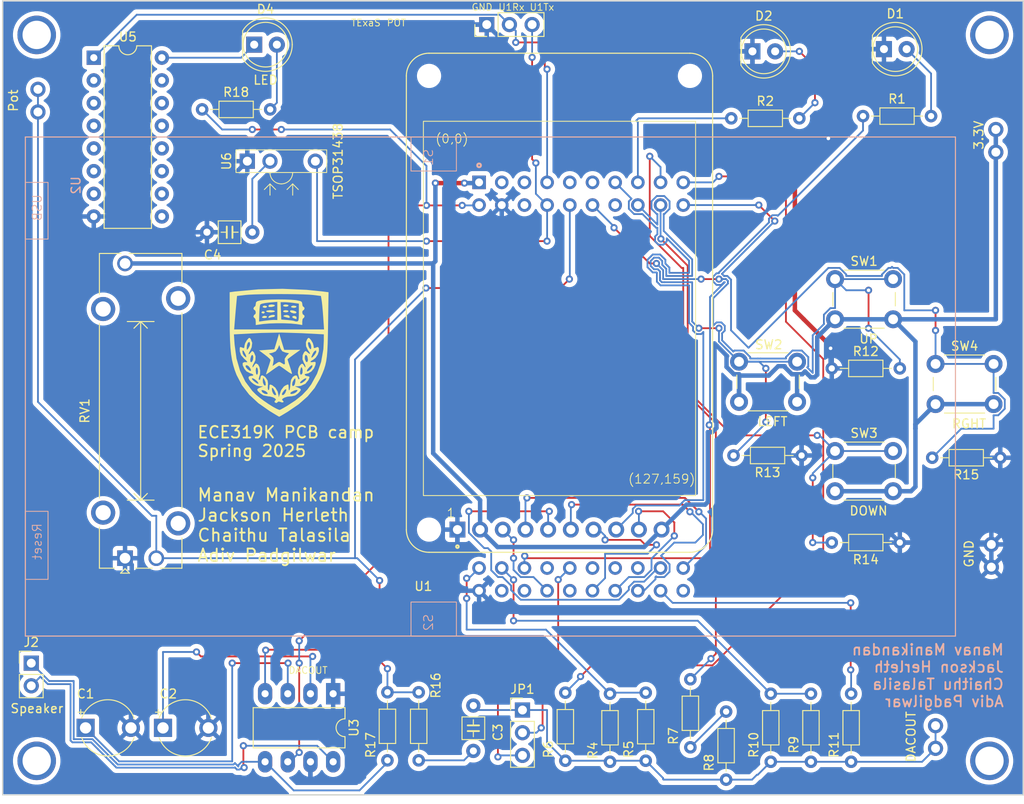
<source format=kicad_pcb>
(kicad_pcb (version 20241229) (generator "pcbnew") (generator_version "9.0")
  (title_block (title "ECE 319K Manav Manikandan - Baseline Project Spring 2025") (date "2025-02-24") (rev "v1.0.1") (company "The University of Texas at Austin"))
  (layers (0 "F.Cu" signal) (2 "B.Cu" signal) (13 "F.Paste" user) (15 "B.Paste" user) (5 "F.SilkS" user "F.Silkscreen") (7 "B.SilkS" user "B.Silkscreen") (1 "F.Mask" user) (3 "B.Mask" user) (25 "Edge.Cuts" user))
  (net 0 "")
  (net 1 "GND")
  (net 2 "+3V3")
  (net 3 "PB9")
  (net 4 "PB15")
  (net 5 "PB8")
  (net 6 "PB7")
  (net 7 "PB6")
  (net 8 "PA13")
  (net 9 "+5V")
  (net 10 "Net-(U3-FC1)")
  (net 11 "Net-(U3-FC2)")
  (net 12 "DACOUT")
  (net 13 "Net-(C3-Pad2)")
  (net 14 "+3.3V")
  (net 15 "PA25")
  (net 16 "Net-(D1-A)")
  (net 17 "PA8")
  (net 18 "PA26")
  (net 19 "PB24")
  (net 20 "PA27")
  (net 21 "PB2")
  (net 22 "PB3")
  (net 24 "PB12")
  (net 25 "PB17")
  (net 26 "PB0")
  (net 27 "PB16")
  (net 28 "PB19")
  (net 29 "PA22")
  (net 30 "PB18")
  (net 31 "PA18")
  (net 32 "PA24")
  (net 33 "PA17")
  (net 34 "PA16")
  (net 35 "PA15")
  (net 36 "PB4")
  (net 37 "PB1")
  (net 38 "PA28")
  (net 39 "PA31")
  (net 40 "PB20")
  (net 41 "PB13")
  (net 42 "PA10")
  (net 43 "Net-(D2-A)")
  (net 44 "Net-(D4-K)")
  (net 45 "Net-(D4-A)")
  (net 46 "PB23")
  (net 47 "Net-(U3-VO2)")
  (net 48 "PA11")
  (net 49 "PA12")
  (net 54 "Net-(U3-VO1)")
  (net 55 "Net-(R7-Pad1)")
  (net 56 "Net-(U3-VIN)")
  (footprint "ECE319K:R_Axial_DIN0204_L3.6mm_D1.6mm_P7.62mm_Horizontal" (layer "F.Cu") (at 145.8 123.295 90)
    (property "Reference" "R11")
    (property "Value" "12k")
  )
  (footprint "ECE319K:R_Axial_DIN0204_L3.6mm_D1.6mm_P7.62mm_Horizontal" (layer "F.Cu") (at 73.13 50.25)
    (property "Reference" "R18")
    (property "Value" "220")
  )
  (footprint "ECE319K:Testpoint_1x02_P2.54mm" (layer "F.Cu") (at 54.75 50.54 180)
    (property "Reference" "J4")
    (property "Value" "Pot")
  )
  (footprint "ECE319K:R_Axial_DIN0204_L3.6mm_D1.6mm_P7.62mm_Horizontal" (layer "F.Cu") (at 118.8 123.295 90)
    (property "Reference" "R4")
    (property "Value" "1.5k")
  )
  (footprint "ECE319K:PinHeader_1x03_P2.54mm_Vertical" (layer "F.Cu") (at 105 40.75 90)
    (property "Reference" "J3" (hide yes))
    (property "Value" "UART1")
  )
  (footprint "LOGO" (layer "F.Cu") (at 82.565425 77.932807)
    (property "Reference" "G***" (hide yes))
    (property "Value" "LOGO" (hide yes))
  )
  (footprint "ECE319K:R_Axial_DIN0204_L3.6mm_D1.6mm_P7.62mm_Horizontal" (layer "F.Cu") (at 113.8 123.175 90)
    (property "Reference" "R6")
    (property "Value" "1.5k")
  )
  (footprint "ECE319K:DIP-8_W7.62mm_LongPads" (layer "F.Cu") (at 87.8 115.675 -90)
    (property "Reference" "U3")
    (property "Value" "MCP34119P")
  )
  (footprint "ECE319K:R_Axial_DIN0204_L3.6mm_D1.6mm_P7.62mm_Horizontal" (layer "F.Cu") (at 93.88 123.135 90)
    (property "Reference" "R17")
    (property "Value" "10k")
  )
  (footprint "ECE319K:SW_PUSH_6mm" (layer "F.Cu") (at 133.25 78.5)
    (property "Reference" "SW2")
    (property "Value" "LEFT")
  )
  (footprint "ECE319K:SW_PUSH_6mm" (layer "F.Cu") (at 144 69.25)
    (property "Reference" "SW1")
    (property "Value" "UP")
  )
  (footprint "ECE319K:PTA2043pot" (layer "F.Cu") (at 64.5 100.5 90)
    (property "Reference" "RV1")
    (property "Value" "PTA2043")
  )
  (footprint "ECE319K:R_Axial_DIN0204_L3.6mm_D1.6mm_P7.62mm_Horizontal" (layer "F.Cu") (at 136.8 123.295 90)
    (property "Reference" "R10")
    (property "Value" "12k")
  )
  (footprint "ECE319K:R_Axial_DIN0204_L3.6mm_D1.6mm_P7.62mm_Horizontal" (layer "F.Cu") (at 147.13 51)
    (property "Reference" "R1")
    (property "Value" "470")
  )
  (footprint "ECE319K:Testpoint_1x02_P2.54mm" (layer "F.Cu") (at 155.25 121.79 180)
    (property "Reference" "J7")
    (property "Value" "DACOUT")
  )
  (footprint "ECE319K:TSOP31438" (layer "F.Cu") (at 78.19 56.0475 90)
    (property "Reference" "U6")
    (property "Value" "TSOP31438")
  )
  (footprint "ECE319K:C_Axial_200mil" (layer "F.Cu") (at 78.75 64 180)
    (property "Reference" "C4")
    (property "Value" "0.1uF")
  )
  (footprint "ECE319K:DIP-16_W7.62mm" (layer "F.Cu") (at 61 44.46)
    (property "Reference" "U5")
    (property "Value" "ULN2003B")
  )
  (footprint "ECE319K:Testpoint_1x02_P2.54mm" (layer "F.Cu") (at 162 55.04 180)
    (property "Reference" "TP1")
    (property "Value" "3.3V")
  )
  (footprint "ECE319K:R_Axial_DIN0204_L3.6mm_D1.6mm_P7.62mm_Horizontal" (layer "F.Cu") (at 131.8 125.295 90)
    (property "Reference" "R8")
    (property "Value" "1.5k")
  )
  (footprint "ECE319K:C_Axial_200mil" (layer "F.Cu") (at 103.5 117 -90)
    (property "Reference" "C3")
    (property "Value" "0.1uF")
  )
  (footprint "ECE319K:MountingHole_4_40" (layer "F.Cu") (at 161.29 41.91)
    (property "Reference" "H2")
    (property "Value" "~")
  )
  (footprint "ECE319K:MountingHole_4_40" (layer "F.Cu") (at 161.29 123.19)
    (property "Reference" "H4")
    (property "Value" "~")
  )
  (footprint "ECE319K:MountingHole_4_40" (layer "F.Cu") (at 54.61 41.91)
    (property "Reference" "H1")
    (property "Value" "~")
  )
  (footprint "ECE319K:R_Axial_DIN0204_L3.6mm_D1.6mm_P7.62mm_Horizontal" (layer "F.Cu") (at 151.25 79.25 180)
    (property "Reference" "R12")
    (property "Value" "10k")
  )
  (footprint "ECE319K:MountingHole_4_40" (layer "F.Cu") (at 54.61 123.19)
    (property "Reference" "H3")
    (property "Value" "~")
  )
  (footprint "ECE319K:CP_Radial_Tantal200mil" (layer "F.Cu") (at 68.75 119.5)
    (property "Reference" "C2")
    (property "Value" "4.7uF")
  )
  (footprint "ECE319K:Testpoint_1x02_P2.54mm" (layer "F.Cu") (at 161.5 101.5 180)
    (property "Reference" "J6")
    (property "Value" "GND")
  )
  (footprint "ECE319K:CP_Radial_Tantal200mil" (layer "F.Cu") (at 60.08 119.5)
    (property "Reference" "C1")
    (property "Value" "1uF")
  )
  (footprint "ECE319K:LED_D5.0mm" (layer "F.Cu") (at 78.96 43)
    (property "Reference" "D4")
    (property "Value" "LED")
  )
  (footprint "ECE319K:SW_PUSH_6mm" (layer "F.Cu") (at 155.25 78.75)
    (property "Reference" "SW4")
    (property "Value" "RGHT")
  )
  (footprint "ECE319K:R_Axial_DIN0204_L3.6mm_D1.6mm_P7.62mm_Horizontal" (layer "F.Cu") (at 132.63 89)
    (property "Reference" "R13")
    (property "Value" "10k")
  )
  (footprint "ECE319K:R_Axial_DIN0204_L3.6mm_D1.6mm_P7.62mm_Horizontal" (layer "F.Cu") (at 132.38 51.25)
    (property "Reference" "R2")
    (property "Value" "470")
  )
  (footprint "ECE319K:R_Axial_DIN0204_L3.6mm_D1.6mm_P7.62mm_Horizontal" (layer "F.Cu") (at 97.38 115.515 -90)
    (property "Reference" "R16")
    (property "Value" "20k")
  )
  (footprint "ECE319K:R_Axial_DIN0204_L3.6mm_D1.6mm_P7.62mm_Horizontal" (layer "F.Cu") (at 154.88 89.25)
    (property "Reference" "R15")
    (property "Value" "10k")
  )
  (footprint "ECE319K:R_Axial_DIN0204_L3.6mm_D1.6mm_P7.62mm_Horizontal" (layer "F.Cu") (at 141.3 123.295 90)
    (property "Reference" "R9")
    (property "Value" "12k")
  )
  (footprint "ECE319K:R_Axial_DIN0204_L3.6mm_D1.6mm_P7.62mm_Horizontal" (layer "F.Cu") (at 143.63 98.75)
    (property "Reference" "R14")
    (property "Value" "10k")
  )
  (footprint "ECE319K:SW_PUSH_6mm" (layer "F.Cu") (at 144 88.5)
    (property "Reference" "SW3")
    (property "Value" "DOWN")
  )
  (footprint "ECE319K:R_Axial_DIN0204_L3.6mm_D1.6mm_P7.62mm_Horizontal" (layer "F.Cu") (at 122.8 123.175 90)
    (property "Reference" "R5")
    (property "Value" "1.5k")
  )
  (footprint "ECE319K:R_Axial_DIN0204_L3.6mm_D1.6mm_P7.62mm_Horizontal" (layer "F.Cu") (at 127.8 121.675 90)
    (property "Reference" "R7")
    (property "Value" "1.5k")
  )
  (footprint "ECE319K:PinHeader_1x02_P2.54mm_Vertical" (layer "F.Cu") (at 54 112.25)
    (property "Reference" "J2")
    (property "Value" "Speaker")
  )
  (footprint "ECE319K:LED_D5.0mm" (layer "F.Cu") (at 149.475 43.5)
    (property "Reference" "D1")
    (property "Value" "LED")
  )
  (footprint "ECE319K:PinHeader_1x03_P2.54mm_Vertical" (layer "F.Cu") (at 109 117.5)
    (property "Reference" "JP1")
    (property "Value" "TExaS")
  )
  (footprint "ECE319K:LED_D5.0mm" (layer "F.Cu") (at 134.75 43.75)
    (property "Reference" "D2")
    (property "Value" "LED")
  )
  (footprint "ECE319K:adafruit_st7735r" (layer "F.Cu") (at 113.145 71.9)
    (property "Reference" "U1")
    (property "Value" "Adafruit ST7735R")
  )
  (footprint "ECE319K:ti_LP_MSPM0G3507" (layer "B.Cu") (at 106.68 81.28 -90)
    (property "Reference" "U2")
    (property "Value" "LP-MSPM0G3507")
  )
  (gr_rect (start 50.8 38.1) (end 165.1 127) (stroke (width 0.15)) (fill no) (layer "Edge.Cuts"))
  (gr_text "U1Rx" (at 106.25 39.25 0) (layer "F.SilkS") (effects (font (size 0.762 0.762) (thickness 0.1016)) (justify left bottom)))
  (gr_text "GND" (at 103.25 39.25 0) (layer "F.SilkS") (effects (font (size 0.762 0.762) (thickness 0.1016)) (justify left bottom)))
  (gr_text "Manav Manikandan\nJackson Herleth\nChaithu Talasila\nAdiv Padgilwar" (at 72.5 101 0) (layer "F.SilkS") (effects (font (size 1.4 1.4) (thickness 0.2)) (justify left bottom)))
  (gr_text "POT" (at 93.75 41 0) (layer "F.SilkS") (effects (font (size 0.762 0.762) (thickness 0.1016)) (justify left bottom)))
  (gr_text "U1Tx" (at 109.75 39.25 0) (layer "F.SilkS") (effects (font (size 0.762 0.762) (thickness 0.1016)) (justify left bottom)))
  (gr_text "ECE319K PCB camp \nSpring 2025" (at 72.5 89.25 0) (layer "F.SilkS") (effects (font (size 1.3 1.3) (thickness 0.2)) (justify left bottom)))
  (gr_text "DACOUT" (at 82.75 113.5 0) (layer "F.SilkS") (effects (font (size 0.762 0.762) (thickness 0.1016)) (justify left bottom)))
  (gr_text "TExaS" (at 89.75 41 0) (layer "F.SilkS") (effects (font (size 0.762 0.762) (thickness 0.1016)) (justify left bottom)))
  (gr_text "Manav Manikandan\nJackson Herleth\nChaithu Talasila\nAdiv Padgilwar" (at 163 117.25 0) (layer "B.SilkS") (effects (font (size 1.2 1.2) (thickness 0.2) (bold yes)) (justify left bottom mirror)))
  (segment (start 139.5 72.75) (end 140.5 73.75) (width 0.5) (layer "F.Cu") (net 1))
  (segment (start 139.5 57.25) (end 139.5 72.75) (width 0.5) (layer "F.Cu") (net 1))
  (segment (start 143.5 76.75) (end 143.5 77) (width 0.5) (layer "F.Cu") (net 1))
  (segment (start 143.25 53.5) (end 139.5 57.25) (width 0.5) (layer "F.Cu") (net 1))
  (segment (start 140.5 73.75) (end 143.5 76.75) (width 0.5) (layer "F.Cu") (net 1))
  (via (at 143.25 53.5) (size 0.8) (drill 0.4) (layers "F.Cu" "B.Cu") (net 1))
  (via (at 143.5 77) (size 0.8) (drill 0.4) (layers "F.Cu" "B.Cu") (net 1))
  (segment (start 88 106.75) (end 91.25 110) (width 0.5) (layer "B.Cu") (net 1))
  (segment (start 108.5 47.75) (end 107.841 47.75) (width 0.5) (layer "B.Cu") (net 1))
  (segment (start 161.5 98.96) (end 161.5 101.5) (width 0.5) (layer "B.Cu") (net 1))
  (segment (start 143 48) (end 143 53.25) (width 0.5) (layer "B.Cu") (net 1))
  (segment (start 143.5 79.12) (end 143.63 79.25) (width 0.5) (layer "B.Cu") (net 1))
  (segment (start 91.25 110) (end 91.25 116.75) (width 0.5) (layer "B.Cu") (net 1))
  (segment (start 143 53.25) (end 143.25 53.5) (width 0.5) (layer "B.Cu") (net 1))
  (segment (start 87.8 115.675) (end 91.175 115.675) (width 0.5) (layer "B.Cu") (net 1))
  (segment (start 73.67 64) (end 73.67 60.5675) (width 0.5) (layer "B.Cu") (net 1))
  (segment (start 65.16 113.59) (end 65.16 119.5) (width 0.5) (layer "B.Cu") (net 1))
  (segment (start 143.5 77) (end 143.5 79.12) (width 0.5) (layer "B.Cu") (net 1))
  (segment (start 146.5 43.75) (end 146.75 43.5) (width 0.5) (layer "B.Cu") (net 1))
  (segment (start 105 40.75) (end 91.80705 40.75) (width 0.5) (layer "B.Cu") (net 1))
  (segment (start 101.715 103.925) (end 101.5 104.14) (width 0.5) (layer "B.Cu") (net 1))
  (segment (start 161.29 98.75) (end 161.5 98.96) (width 0.5) (layer "B.Cu") (net 1))
  (segment (start 132 43.75) (end 130.5 42.25) (width 0.5) (layer "B.Cu") (net 1))
  (segment (start 143.63 85.13) (end 143.75 85.25) (width 0.5) (layer "B.Cu") (net 1))
  (segment (start 61 62.24) (end 61 64.75) (width 0.5) (layer "B.Cu") (net 1))
  (segment (start 72.92 64.75) (end 73.67 64) (width 0.5) (layer "B.Cu") (net 1))
  (segment (start 74 109.75) (end 77 106.75) (width 0.5) (layer "B.Cu") (net 1))
  (segment (start 91.25 125) (end 90.75 125.5) (width 0.5) (layer "B.Cu") (net 1))
  (segment (start 73.83 109.92) (end 74 109.75) (width 0.5) (layer "B.Cu") (net 1))
  (segment (start 140.25 89) (end 140.25 96) (width 0.5) (layer "B.Cu") (net 1))
  (segment (start 74 109.75) (end 65.25 109.75) (width 0.5) (layer "B.Cu") (net 1))
  (segment (start 101.25 54.341) (end 107.841 47.75) (width 0.5) (layer "B.Cu") (net 1))
  (segment (start 162.5 89.25) (end 162.5 97.96) (width 0.5) (layer "B.Cu") (net 1))
  (segment (start 101.715 97.3) (end 101.715 103.925) (width 0.5) (layer "B.Cu") (net 1))
  (segment (start 91.64 104.14) (end 91.25 103.75) (width 0.5) (layer "B.Cu") (net 1))
  (segment (start 101.25 63.25) (end 101.25 54.341) (width 0.5) (layer "B.Cu") (net 1))
  (segment (start 104.14 104.14) (end 104.14 106.39) (width 0.5) (layer "B.Cu") (net 1))
  (segment (start 134.75 43.75) (end 134.75 48) (width 0.5) (layer "B.Cu") (net 1))
  (segment (start 143.75 85.25) (end 140.25 85.25) (width 0.5) (layer "B.Cu") (net 1))
  (segment (start 85.25 123.305) (end 85.26 123.295) (width 0.5) (layer "B.Cu") (net 1))
  (segment (start 90.75 125.5) (end 85.25 125.5) (width 0.5) (layer "B.Cu") (net 1))
  (segment (start 91.25 116.75) (end 91.25 125) (width 0.5) (layer "B.Cu") (net 1))
  (segment (start 148.5 96) (end 151.25 98.75) (width 0.5) (layer "B.Cu") (net 1))
  (segment (start 65.25 112.75) (end 65.25 113.5) (width 0.5) (layer "B.Cu") (net 1))
  (segment (start 107.841 47.75) (end 107.841 43.591) (width 0.5) (layer "B.Cu") (net 1))
  (segment (start 91.25 103.75) (end 91.25 110) (width 0.5) (layer "B.Cu") (net 1))
  (segment (start 104.14 106.39) (end 104.25 106.5) (width 0.5) (layer "B.Cu") (net 1))
  (segment (start 140.25 96) (end 148.5 96) (width 0.5) (layer "B.Cu") (net 1))
  (segment (start 65.25 113.5) (end 65.16 113.59) (width 0.5) (layer "B.Cu") (net 1))
  (segment (start 106.5 63.25) (end 101.25 63.25) (width 0.5) (layer "B.Cu") (net 1))
  (segment (start 107.841 43.591) (end 105 40.75) (width 0.5) (layer "B.Cu") (net 1))
  (segment (start 130.5 42.25) (end 114 42.25) (width 0.5) (layer "B.Cu") (net 1))
  (segment (start 91.175 115.675) (end 91.25 115.75) (width 0.5) (layer "B.Cu") (net 1))
  (segment (start 106.68 60.96) (end 106.68 63.07) (width 0.5) (layer "B.Cu") (net 1))
  (segment (start 114 42.25) (end 108.5 47.75) (width 0.5) (layer "B.Cu") (net 1))
  (segment (start 91.80705 40.75) (end 78.19 54.36705) (width 0.5) (layer "B.Cu") (net 1))
  (segment (start 143.63 79.25) (end 143.63 85.13) (width 0.5) (layer "B.Cu") (net 1))
  (segment (start 134.75 43.75) (end 132 43.75) (width 0.5) (layer "B.Cu") (net 1))
  (segment (start 73.83 119.5) (end 73.83 109.92) (width 0.5) (layer "B.Cu") (net 1))
  (segment (start 77 106.75) (end 88 106.75) (width 0.5) (layer "B.Cu") (net 1))
  (segment (start 91.25 115.75) (end 91.25 116.75) (width 0.5) (layer "B.Cu") (net 1))
  (segment (start 151.25 106.5) (end 151.25 98.75) (width 0.5) (layer "B.Cu") (net 1))
  (segment (start 140.25 85.25) (end 140.25 89) (width 0.5) (layer "B.Cu") (net 1))
  (segment (start 106.68 63.07) (end 106.5 63.25) (width 0.5) (layer "B.Cu") (net 1))
  (segment (start 143 48) (end 146.5 48) (width 0.5) (layer "B.Cu") (net 1))
  (segment (start 151.25 98.75) (end 161.29 98.75) (width 0.5) (layer "B.Cu") (net 1))
  (segment (start 146.75 43.5) (end 149.475 43.5) (width 0.5) (layer "B.Cu") (net 1))
  (segment (start 101.5 104.14) (end 91.64 104.14) (width 0.5) (layer "B.Cu") (net 1))
  (segment (start 73.67 60.5675) (end 78.19 56.0475) (width 0.5) (layer "B.Cu") (net 1))
  (segment (start 134.75 48) (end 143 48) (width 0.5) (layer "B.Cu") (net 1))
  (segment (start 78.19 54.36705) (end 78.19 56.0475) (width 0.5) (layer "B.Cu") (net 1))
  (segment (start 104.14 104.14) (end 101.5 104.14) (width 0.5) (layer "B.Cu") (net 1))
  (segment (start 146.5 48) (end 146.5 43.75) (width 0.5) (layer "B.Cu") (net 1))
  (segment (start 65.25 109.75) (end 65.25 112.75) (width 0.5) (layer "B.Cu") (net 1))
  (segment (start 85.25 125.5) (end 85.25 123.305) (width 0.5) (layer "B.Cu") (net 1))
  (segment (start 65.25 101.25) (end 65.25 112.75) (width 0.5) (layer "B.Cu") (net 1))
  (segment (start 61 64.75) (end 72.92 64.75) (width 0.5) (layer "B.Cu") (net 1))
  (segment (start 104.25 106.5) (end 151.25 106.5) (width 0.5) (layer "B.Cu") (net 1))
  (segment (start 162.5 97.96) (end 161.5 98.96) (width 0.5) (layer "B.Cu") (net 1))
  (segment (start 64.5 100.5) (end 65.25 101.25) (width 0.5) (layer "B.Cu") (net 1))
  (segment (start 99.25 58.5) (end 102.5 58.5) (width 0.5) (layer "F.Cu") (net 2))
  (via (at 99.25 58.5) (size 0.8) (drill 0.4) (layers "F.Cu" "B.Cu") (net 2))
  (via (at 102.5 58.5) (size 0.8) (drill 0.4) (layers "F.Cu" "B.Cu") (net 2))
  (segment (start 102.5 58.5) (end 104.06 58.5) (width 0.5) (layer "B.Cu") (net 2))
  (segment (start 131.849 77.919686) (end 131.905083 77.863603) (width 0.5) (layer "B.Cu") (net 2))
  (segment (start 142.29348 75.456522) (end 142 75.750001) (width 0.5) (layer "B.Cu") (net 2))
  (segment (start 141.29148 80.25) (end 141.291479 80.25) (width 0.5) (layer "B.Cu") (net 2))
  (segment (start 138.349 79.080314) (end 139.169686 79.901) (width 0.5) (layer "B.Cu") (net 2))
  (segment (start 132.669686 79.901) (end 131.849 79.080314) (width 0.5) (layer "B.Cu") (net 2))
  (segment (start 138.349 79.001) (end 138.349 79.080314) (width 0.5) (layer "B.Cu") (net 2))
  (segment (start 124.575 97.3) (end 122.625 99.25) (width 0.5) (layer "B.Cu") (net 2))
  (segment (start 150.5 93) (end 152.5 93) (width 0.5) (layer "B.Cu") (net 2))
  (segment (start 130.792479 76.751) (end 130.79248 76.751) (width 0.5) (layer "B.Cu") (net 2))
  (segment (start 142 79.54148) (end 142 79.95652) (width 0.5) (layer "B.Cu") (net 2))
  (segment (start 130.718186 85.9146) (end 130.248972 86.383814) (width 0.5) (layer "B.Cu") (net 2))
  (segment (start 150.5 73.75) (end 162 73.75) (width 0.5) (layer "B.Cu") (net 2))
  (segment (start 130.501 76.45952) (end 130.501 85.033842) (width 0.5) (layer "B.Cu") (net 2))
  (segment (start 144 73.75) (end 150.5 73.75) (width 0.5) (layer "B.Cu") (net 2))
  (segment (start 155.25 83.25) (end 161.75 83.25) (width 0.5) (layer "B.Cu") (net 2))
  (segment (start 140.677071 79.635591) (end 140.636397 79.594917) (width 0.5) (layer "B.Cu") (net 2))
  (segment (start 104.06 58.5) (end 104.14 58.42) (width 0.5) (layer "B.Cu") (net 2))
  (segment (start 99 67.5) (end 99.25 67.25) (width 0.5) (layer "B.Cu") (net 2))
  (segment (start 133.25 80.051) (end 136.581786 80.051) (width 0.5) (layer "B.Cu") (net 2))
  (segment (start 143.262149 74.487851) (end 143.262149 74.487853) (width 0.5) (layer "B.Cu") (net 2))
  (segment (start 133.25 83) (end 133.25 80.051) (width 0.5) (layer "B.Cu") (net 2))
  (segment (start 162 55.04) (end 162 52.5) (width 0.5) (layer "B.Cu") (net 2))
  (segment (start 140.636397 79.594917) (end 140.330314 79.901) (width 0.5) (layer "B.Cu") (net 2))
  (segment (start 153 86) (end 153 76.25) (width 0.5) (layer "B.Cu") (net 2))
  (segment (start 153 85.5) (end 155.25 83.25) (width 0.5) (layer "B.Cu") (net 2))
  (segment (start 104.255 94.005) (end 99 88.75) (width 0.5) (layer "B.Cu") (net 2))
  (segment (start 99 88.75) (end 99 67.5) (width 0.5) (layer "B.Cu") (net 2))
  (segment (start 106.205 99.25) (end 104.255 97.3) (width 0.5) (layer "B.Cu") (net 2))
  (segment (start 130.501 85.033842) (end 130.718186 85.251028) (width 0.5) (layer "B.Cu") (net 2))
  (segment (start 131.905083 77.863603) (end 130.792479 76.751) (width 0.5) (layer "B.Cu") (net 2))
  (segment (start 153 92.5) (end 153 86) (width 0.5) (layer "B.Cu") (net 2))
  (segment (start 126.921741 94.95326) (end 126.775002 95.1) (width 0.5) (layer "B.Cu") (net 2))
  (segment (start 142 75.750001) (end 142 76.165041) (width 0.5) (layer "B.Cu") (net 2))
  (segment (start 144 73.75) (end 143.262149 74.487851) (width 0.5) (layer "B.Cu") (net 2))
  (segment (start 141.70652 80.25) (end 141.29148 80.25) (width 0.5) (layer "B.Cu") (net 2))
  (segment (start 141.706521 80.25) (end 141.70652 80.25) (width 0.5) (layer "B.Cu") (net 2))
  (segment (start 142 75.750001) (end 142.000001 75.750001) (width 0.5) (layer "B.Cu") (net 2))
  (segment (start 144 93) (end 150.5 93) (width 0.5) (layer "B.Cu") (net 2))
  (segment (start 129.751 86.383814) (end 129.751 94.206521) (width 0.5) (layer "B.Cu") (net 2))
  (segment (start 130.718186 85.251028) (end 130.718186 85.9146) (width 0.5) (layer "B.Cu") (net 2))
  (segment (start 122.625 99.25) (end 106.205 99.25) (width 0.5) (layer "B.Cu") (net 2))
  (segment (start 127.06848 94.806521) (end 127.06848 94.80652) (width 0.5) (layer "B.Cu") (net 2))
  (segment (start 137.631786 79.001) (end 138.349 79.001) (width 0.5) (layer "B.Cu") (net 2))
  (segment (start 162 73.75) (end 162 55.04) (width 0.5) (layer "B.Cu") (net 2))
  (segment (start 126.775 95.1) (end 124.575 97.3) (width 0.5) (layer "B.Cu") (net 2))
  (segment (start 141.291479 80.25) (end 140.998 79.956521) (width 0.5) (layer "B.Cu") (net 2))
  (segment (start 142 79.95652) (end 142 79.956521) (width 0.5) (layer "B.Cu") (net 2))
  (segment (start 139.169686 79.901) (end 139.75 79.901) (width 0.5) (layer "B.Cu") (net 2))
  (segment (start 153 76.25) (end 150.5 73.75) (width 0.5) (layer "B.Cu") (net 2))
  (segment (start 126.775002 95.1) (end 126.775001 95.1) (width 0.5) (layer "B.Cu") (net 2))
  (segment (start 99.25 58.5) (end 99.149 58.601) (width 0.5) (layer "B.Cu") (net 2))
  (segment (start 140.998 79.956521) (end 140.998 79.95652) (width 0.5) (layer "B.Cu") (net 2))
  (segment (start 130.792479 76.751) (end 130.501 76.45952) (width 0.5) (layer "B.Cu") (net 2))
  (segment (start 143.262149 74.487853) (end 142.29348 75.456519) (width 0.5) (layer "B.Cu") (net 2))
  (segment (start 142.29348 75.456519) (end 142.29348 75.456522) (width 0.5) (layer "B.Cu") (net 2))
  (segment (start 127.06848 94.806521) (end 126.975001 94.9) (width 0.5) (layer "B.Cu") (net 2))
  (segment (start 129.751 94.206521) (end 129.457521 94.5) (width 0.5) (layer "B.Cu") (net 2))
  (segment (start 133.25 83) (end 133.25 79.901) (width 0.5) (layer "B.Cu") (net 2))
  (segment (start 133.25 79.901) (end 132.669686 79.901) (width 0.5) (layer "B.Cu") (net 2))
  (segment (start 126.975001 94.9) (end 126.921741 94.95326) (width 0.5) (layer "B.Cu") (net 2))
  (segment (start 139.75 79.901) (end 139.75 83) (width 0.5) (layer "B.Cu") (net 2))
  (segment (start 99.25 67.25) (end 99.25 58.5) (width 0.5) (layer "B.Cu") (net 2))
  (segment (start 130.248972 86.383814) (end 129.751 86.383814) (width 0.5) (layer "B.Cu") (net 2))
  (segment (start 104.255 97.3) (end 104.255 94.005) (width 0.5) (layer "B.Cu") (net 2))
  (segment (start 131.849 79.080314) (end 131.849 77.919686) (width 0.5) (layer "B.Cu") (net 2))
  (segment (start 129.457521 94.5) (end 127.375 94.500001) (width 0.5) (layer "B.Cu") (net 2))
  (segment (start 152.5 93) (end 153 92.5) (width 0.5) (layer "B.Cu") (net 2))
  (segment (start 136.581786 80.051) (end 137.631786 79.001) (width 0.5) (layer "B.Cu") (net 2))
  (segment (start 153 86) (end 153 85.5) (width 0.5) (layer "B.Cu") (net 2))
  (segment (start 142 79.956521) (end 141.706521 80.25) (width 0.5) (layer "B.Cu") (net 2))
  (segment (start 140.998 79.95652) (end 140.677071 79.635591) (width 0.5) (layer "B.Cu") (net 2))
  (segment (start 126.775001 95.1) (end 126.775 95.1) (width 0.5) (layer "B.Cu") (net 2))
  (segment (start 142 76.165041) (end 142 79.54148) (width 0.5) (layer "B.Cu") (net 2))
  (segment (start 127.375 94.500001) (end 127.06848 94.806521) (width 0.5) (layer "B.Cu") (net 2))
  (segment (start 64.5 67.5) (end 99 67.5) (width 0.5) (layer "B.Cu") (net 2))
  (segment (start 140.330314 79.901) (end 139.75 79.901) (width 0.5) (layer "B.Cu") (net 2))
  (segment (start 120.909 61.37877) (end 121.50123 61.971) (width 0.2) (layer "B.Cu") (net 3))
  (segment (start 124.620654 66.703612) (end 124.415043 66.498) (width 0.2) (layer "B.Cu") (net 3))
  (segment (start 121.349 94.980346) (end 121.349 95.446) (width 0.2) (layer "B.Cu") (net 3))
  (segment (start 129.25 75.170654) (end 129.25 93.999) (width 0.2) (layer "B.Cu") (net 3))
  (segment (start 120.909 60.54123) (end 120.909 61.37877) (width 0.2) (layer "B.Cu") (net 3))
  (segment (start 122.998 67.915043) (end 123.584957 68.502) (width 0.2) (layer "B.Cu") (net 3))
  (segment (start 123.75 63.286388) (end 123.758 63.294389) (width 0.2) (layer "B.Cu") (net 3))
  (segment (start 125.452 68.548) (end 125.452 67.959222) (width 0.2) (layer "B.Cu") (net 3))
  (segment (start 125.151 64.687388) (end 127.649 67.185389) (width 0.2) (layer "B.Cu") (net 3))
  (segment (start 127.649 67.185389) (end 127.649 68.548) (width 0.2) (layer "B.Cu") (net 3))
  (segment (start 121.349 95.446) (end 119.495 97.3) (width 0.2) (layer "B.Cu") (net 3))
  (segment (start 127.649 74.145389) (end 128.099 74.595388) (width 0.2) (layer "B.Cu") (net 3))
  (segment (start 121.50123 61.971) (end 122.33877 61.971) (width 0.2) (layer "B.Cu") (net 3))
  (segment (start 124.048 68.540776) (end 124.048 69.540778) (width 0.2) (layer "B.Cu") (net 3))
  (segment (start 128.480346 75.401) (end 129.019654 75.401) (width 0.2) (layer "B.Cu") (net 3))
  (segment (start 128.099 74.595388) (end 128.099 75.019654) (width 0.2) (layer "B.Cu") (net 3))
  (segment (start 123.849 65.019654) (end 124.230346 65.401) (width 0.2) (layer "B.Cu") (net 3))
  (segment (start 119.38 58.42) (end 121.205115 60.245115) (width 0.2) (layer "B.Cu") (net 3))
  (segment (start 129.019654 75.401) (end 129.25 75.170654) (width 0.2) (layer "B.Cu") (net 3))
  (segment (start 123.379346 66.703611) (end 123.203612 66.879346) (width 0.2) (layer "B.Cu") (net 3))
  (segment (start 123.758 63.294389) (end 123.963611 63.5) (width 0.2) (layer "B.Cu") (net 3))
  (segment (start 125.002 67.084957) (end 124.796389 66.879346) (width 0.2) (layer "B.Cu") (net 3))
  (segment (start 123.963611 63.5) (end 124.109 63.5) (width 0.2) (layer "B.Cu") (net 3))
  (segment (start 124.109 64.220346) (end 123.849 64.480346) (width 0.2) (layer "B.Cu") (net 3))
  (segment (start 128.099 75.019654) (end 128.480346 75.401) (width 0.2) (layer "B.Cu") (net 3))
  (segment (start 124.230346 65.401) (end 124.769654 65.401) (width 0.2) (layer "B.Cu") (net 3))
  (segment (start 126.874 94.292479) (end 126.56748 94.599) (width 0.2) (layer "B.Cu") (net 3))
  (segment (start 121.730346 94.599) (end 121.349 94.980346) (width 0.2) (layer "B.Cu") (net 3))
  (segment (start 124.415043 66.498) (end 123.584957 66.498) (width 0.2) (layer "B.Cu") (net 3))
  (segment (start 123.758 63.294389) (end 123.758 63.294388) (width 0.2) (layer "B.Cu") (net 3))
  (segment (start 124.009224 68.502) (end 124.048 68.540776) (width 0.2) (layer "B.Cu") (net 3))
  (segment (start 123.203612 66.879346) (end 122.998 67.084957) (width 0.2) (layer "B.Cu") (net 3))
  (segment (start 125.452 67.959222) (end 125.246389 67.753612) (width 0.2) (layer "B.Cu") (net 3))
  (segment (start 122.33877 61.971) (end 122.434612 61.971) (width 0.2) (layer "B.Cu") (net 3))
  (segment (start 127.16748 93.999) (end 126.874 94.29248) (width 0.2) (layer "B.Cu") (net 3))
  (segment (start 121.205115 60.245115) (end 120.909 60.54123) (width 0.2) (layer "B.Cu") (net 3))
  (segment (start 127.167479 93.999) (end 127.16748 93.999) (width 0.2) (layer "B.Cu") (net 3))
  (segment (start 127.58252 93.999) (end 127.167479 93.999) (width 0.2) (layer "B.Cu") (net 3))
  (segment (start 127.649 68.548) (end 125.452 68.548) (width 0.2) (layer "B.Cu") (net 3))
  (segment (start 124.109 63.5) (end 124.109 64.220346) (width 0.2) (layer "B.Cu") (net 3))
  (segment (start 123.849 64.480346) (end 123.849 65.019654) (width 0.2) (layer "B.Cu") (net 3))
  (segment (start 124.048 69.540778) (end 124.459222 69.952) (width 0.2) (layer "B.Cu") (net 3))
  (segment (start 124.459222 69.952) (end 127.649 69.952) (width 0.2) (layer "B.Cu") (net 3))
  (segment (start 127.649 69.952) (end 127.649 74.145389) (width 0.2) (layer "B.Cu") (net 3))
  (segment (start 125.002 67.509223) (end 125.002 67.084957) (width 0.2) (layer "B.Cu") (net 3))
  (segment (start 125.246389 67.753612) (end 125.246389 67.753611) (width 0.2) (layer "B.Cu") (net 3))
  (segment (start 125.246389 67.753611) (end 125.002 67.509223) (width 0.2) (layer "B.Cu") (net 3))
  (segment (start 122.434612 61.971) (end 123.75 63.286388) (width 0.2) (layer "B.Cu") (net 3))
  (segment (start 129.25 93.999) (end 127.58252 93.999) (width 0.2) (layer "B.Cu") (net 3))
  (segment (start 123.584957 68.502) (end 124.009224 68.502) (width 0.2) (layer "B.Cu") (net 3))
  (segment (start 126.874 94.29248) (end 126.874 94.292479) (width 0.2) (layer "B.Cu") (net 3))
  (segment (start 122.998 67.084957) (end 122.998 67.915043) (width 0.2) (layer "B.Cu") (net 3))
  (segment (start 123.584957 66.498) (end 123.379346 66.703611) (width 0.2) (layer "B.Cu") (net 3))
  (segment (start 124.769654 65.401) (end 125.151 65.019654) (width 0.2) (layer "B.Cu") (net 3))
  (segment (start 124.796389 66.879346) (end 124.620654 66.703612) (width 0.2) (layer "B.Cu") (net 3))
  (segment (start 126.56748 94.599) (end 121.730346 94.599) (width 0.2) (layer "B.Cu") (net 3))
  (segment (start 125.151 65.019654) (end 125.151 64.687388) (width 0.2) (layer "B.Cu") (net 3))
  (segment (start 108 100.5) (end 108 98.45) (width 0.2) (layer "F.Cu") (net 4))
  (via (at 108 100.5) (size 0.8) (drill 0.4) (layers "F.Cu" "B.Cu") (net 4))
  (via (at 108 98.45) (size 0.8) (drill 0.4) (layers "F.Cu" "B.Cu") (net 4))
  (segment (start 108 101.80977) (end 108 100.5) (width 0.2) (layer "B.Cu") (net 4))
  (segment (start 108 98.45) (end 107.945 98.45) (width 0.2) (layer "B.Cu") (net 4))
  (segment (start 111.76 104.14) (end 110.231 102.611) (width 0.2) (layer "B.Cu") (net 4))
  (segment (start 107.945 98.45) (end 106.795 97.3) (width 0.2) (layer "B.Cu") (net 4))
  (segment (start 110.231 102.611) (end 108.80123 102.611) (width 0.2) (layer "B.Cu") (net 4))
  (segment (start 108.80123 102.611) (end 108 101.80977) (width 0.2) (layer "B.Cu") (net 4))
  (segment (start 124.003186 99.003186) (end 122.753186 99.003186) (width 0.2) (layer "F.Cu") (net 5))
  (segment (start 122.753186 99.003186) (end 122.2 98.45) (width 0.2) (layer "F.Cu") (net 5))
  (segment (start 122.2 98.45) (end 118.25 98.45) (width 0.2) (layer "F.Cu") (net 5))
  (via (at 118.25 98.45) (size 0.8) (drill 0.4) (layers "F.Cu" "B.Cu") (net 5))
  (via (at 124.003186 99.003186) (size 0.8) (drill 0.4) (layers "F.Cu" "B.Cu") (net 5))
  (segment (start 118.244752 98.005248) (end 118.25 98) (width 0.2) (layer "B.Cu") (net 5))
  (segment (start 118.25 102.73) (end 118.25 100) (width 0.2) (layer "B.Cu") (net 5))
  (segment (start 116.84 104.14) (end 118.25 102.73) (width 0.2) (layer "B.Cu") (net 5))
  (segment (start 123.006372 100) (end 124.003186 99.003186) (width 0.2) (layer "B.Cu") (net 5))
  (segment (start 118.25 100) (end 123.006372 100) (width 0.2) (layer "B.Cu") (net 5))
  (segment (start 118.25 98.45) (end 118.244752 98.444752) (width 0.2) (layer "B.Cu") (net 5))
  (segment (start 118.25 98) (end 117.55 97.3) (width 0.2) (layer "B.Cu") (net 5))
  (segment (start 118.244752 98.444752) (end 118.244752 98.005248) (width 0.2) (layer "B.Cu") (net 5))
  (segment (start 117.55 97.3) (end 116.955 97.3) (width 0.2) (layer "B.Cu") (net 5))
  (segment (start 126 96.506372) (end 126.003186 96.503186) (width 0.2) (layer "F.Cu") (net 6))
  (segment (start 126.003186 96.503186) (end 124.75 95.25) (width 0.2) (layer "F.Cu") (net 6))
  (segment (start 126 98) (end 126 96.506372) (width 0.2) (layer "F.Cu") (net 6))
  (segment (start 124.75 95.25) (end 122 95.25) (width 0.2) (layer "F.Cu") (net 6))
  (via (at 122 95.25) (size 0.8) (drill 0.4) (layers "F.Cu" "B.Cu") (net 6))
  (via (at 126 98) (size 0.8) (drill 0.4) (layers "F.Cu" "B.Cu") (net 6))
  (segment (start 122.035 95.535) (end 122.035 97.3) (width 0.2) (layer "B.Cu") (net 6))
  (segment (start 122 95.5) (end 122.035 95.535) (width 0.2) (layer "B.Cu") (net 6))
  (segment (start 123.449 100.551) (end 123.449 101.801) (width 0.2) (layer "B.Cu") (net 6))
  (segment (start 120.909 102.611) (end 119.38 104.14) (width 0.2) (layer "B.Cu") (net 6))
  (segment (start 122 95.25) (end 122 95.5) (width 0.2) (layer "B.Cu") (net 6))
  (segment (start 123.449 101.801) (end 122.639 102.611) (width 0.2) (layer "B.Cu") (net 6))
  (segment (start 122.639 102.611) (end 120.909 102.611) (width 0.2) (layer "B.Cu") (net 6))
  (segment (start 126 98) (end 123.449 100.551) (width 0.2) (layer "B.Cu") (net 6))
  (segment (start 127.75 95.3) (end 126.95 94.5) (width 0.2) (layer "F.Cu") (net 7))
  (segment (start 126.95 94.5) (end 114.5 94.5) (width 0.2) (layer "F.Cu") (net 7))
  (via (at 127.75 95.3) (size 0.8) (drill 0.4) (layers "F.Cu" "B.Cu") (net 7))
  (via (at 114.5 94.5) (size 0.8) (drill 0.4) (layers "F.Cu" "B.Cu") (net 7))
  (segment (start 129.205 97.902681) (end 129.205 96.697319) (width 0.2) (layer "B.Cu") (net 7))
  (segment (start 127.757681 95.292319) (end 127.75 95.3) (width 0.2) (layer "B.Cu") (net 7))
  (segment (start 114.415 94.835) (end 114.415 97.3) (width 0.2) (layer "B.Cu") (net 7))
  (segment (start 124.04123 102.611) (end 124.87877 102.611) (width 0.2) (layer "B.Cu") (net 7))
  (segment (start 129.205 96.697319) (end 127.757681 95.25) (width 0.2) (layer "B.Cu") (net 7))
  (segment (start 123.965115 102.534885) (end 124.04123 102.611) (width 0.2) (layer "B.Cu") (net 7))
  (segment (start 125.471 101.18123) (end 124.519885 100.230115) (width 0.2) (layer "B.Cu") (net 7))
  (segment (start 114.5 94.5) (end 114.5 94.75) (width 0.2) (layer "B.Cu") (net 7))
  (segment (start 121.92 104.14) (end 122.61 104.14) (width 0.2) (layer "B.Cu") (net 7))
  (segment (start 128.352681 98.755) (end 129.205 97.902681) (width 0.2) (layer "B.Cu") (net 7))
  (segment (start 123.889 102.861) (end 123.889 102.611) (width 0.2) (layer "B.Cu") (net 7))
  (segment (start 125.995 98.755) (end 128.352681 98.755) (width 0.2) (layer "B.Cu") (net 7))
  (segment (start 124.87877 102.611) (end 125.471 102.01877) (width 0.2) (layer "B.Cu") (net 7))
  (segment (start 123.889 102.611) (end 123.965115 102.534885) (width 0.2) (layer "B.Cu") (net 7))
  (segment (start 127.757681 95.25) (end 127.75 95.25) (width 0.2) (layer "B.Cu") (net 7))
  (segment (start 125.471 102.01877) (end 125.471 101.18123) (width 0.2) (layer "B.Cu") (net 7))
  (segment (start 127.757681 95.257681) (end 127.757681 95.292319) (width 0.2) (layer "B.Cu") (net 7))
  (segment (start 114.5 94.75) (end 114.415 94.835) (width 0.2) (layer "B.Cu") (net 7))
  (segment (start 122.61 104.14) (end 123.889 102.861) (width 0.2) (layer "B.Cu") (net 7))
  (segment (start 124.519885 100.230115) (end 125.995 98.755) (width 0.2) (layer "B.Cu") (net 7))
  (segment (start 127.75 95.25) (end 127.757681 95.257681) (width 0.2) (layer "B.Cu") (net 7))
  (segment (start 128.75 95.3) (end 127.2 93.75) (width 0.2) (layer "F.Cu") (net 8))
  (segment (start 127.2 93.75) (end 109.5 93.75) (width 0.2) (layer "F.Cu") (net 8))
  (via (at 128.75 95.3) (size 0.8) (drill 0.4) (layers "F.Cu" "B.Cu") (net 8))
  (via (at 109.5 93.75) (size 0.8) (drill 0.4) (layers "F.Cu" "B.Cu") (net 8))
  (segment (start 109.5 93.75) (end 109.5 94) (width 0.2) (layer "B.Cu") (net 8))
  (segment (start 109.5 94) (end 109.335 94.165) (width 0.2) (layer "B.Cu") (net 8))
  (segment (start 129.556 96.056) (end 128.75 95.25) (width 0.2) (layer "B.Cu") (net 8))
  (segment (start 128.75 95.25) (end 128.75 95.3) (width 0.2) (layer "B.Cu") (net 8))
  (segment (start 129.556 99.044) (end 129.556 96.056) (width 0.2) (layer "B.Cu") (net 8))
  (segment (start 109.335 94.165) (end 109.335 97.3) (width 0.2) (layer "B.Cu") (net 8))
  (segment (start 127 101.6) (end 129.556 99.044) (width 0.2) (layer "B.Cu") (net 8))
  (segment (start 84 122.25) (end 84 122.5) (width 0.2) (layer "F.Cu") (net 9))
  (segment (start 98.25 61) (end 102.25 61) (width 0.2) (layer "F.Cu") (net 9))
  (segment (start 94 61) (end 98.25 61) (width 0.2) (layer "F.Cu") (net 9))
  (segment (start 94 99.75) (end 94 61) (width 0.2) (layer "F.Cu") (net 9))
  (segment (start 84 122.25) (end 84 112.25) (width 0.2) (layer "F.Cu") (net 9))
  (segment (start 84 109.75) (end 94 99.75) (width 0.2) (layer "F.Cu") (net 9))
  (segment (start 78.75 52.5) (end 82 52.5) (width 0.2) (layer "F.Cu") (net 9))
  (via (at 102.25 61) (size 0.8) (drill 0.4) (layers "F.Cu" "B.Cu") (net 9))
  (via (at 84 122.25) (size 0.8) (drill 0.4) (layers "F.Cu" "B.Cu") (net 9))
  (via (at 84 109.75) (size 0.8) (drill 0.4) (layers "F.Cu" "B.Cu") (net 9))
  (via (at 84 112.25) (size 0.8) (drill 0.4) (layers "F.Cu" "B.Cu") (net 9))
  (via (at 82 52.5) (size 0.8) (drill 0.4) (layers "F.Cu" "B.Cu") (net 9))
  (via (at 98.25 61) (size 0.8) (drill 0.4) (layers "F.Cu" "B.Cu") (net 9))
  (via (at 78.75 52.5) (size 0.8) (drill 0.4) (layers "F.Cu" "B.Cu") (net 9))
  (segment (start 73.13 50.25) (end 75.38 52.5) (width 0.2) (layer "B.Cu") (net 9))
  (segment (start 94.170654 52.5) (end 98.25 56.579346) (width 0.2) (layer "B.Cu") (net 9))
  (segment (start 98.25 56.579346) (end 98.25 61) (width 0.2) (layer "B.Cu") (net 9))
  (segment (start 82.72 123.295) (end 82.955 123.295) (width 0.2) (layer "B.Cu") (net 9))
  (segment (start 82 52.5) (end 94.170654 52.5) (width 0.2) (layer "B.Cu") (net 9))
  (segment (start 82.955 123.295) (end 84 122.25) (width 0.2) (layer "B.Cu") (net 9))
  (segment (start 104.1 61) (end 104.14 60.96) (width 0.2) (layer "B.Cu") (net 9))
  (segment (start 102.25 61) (end 104.1 61) (width 0.2) (layer "B.Cu") (net 9))
  (segment (start 75.38 52.5) (end 78.75 52.5) (width 0.2) (layer "B.Cu") (net 9))
  (segment (start 84 112.25) (end 84 109.75) (width 0.2) (layer "B.Cu") (net 9))
  (segment (start 76.5 112.25) (end 82.75 112.25) (width 0.2) (layer "F.Cu") (net 10))
  (via (at 76.5 112.25) (size 0.8) (drill 0.4) (layers "F.Cu" "B.Cu") (net 10))
  (via (at 82.75 112.25) (size 0.8) (drill 0.4) (layers "F.Cu" "B.Cu") (net 10))
  (segment (start 76.5 112.25) (end 76.75 112.25) (width 0.2) (layer "B.Cu") (net 10))
  (segment (start 82.75 112.5) (end 82.72 112.53) (width 0.2) (layer "B.Cu") (net 10))
  (segment (start 63.83 123.25) (end 76.5 123.25) (width 0.2) (layer "B.Cu") (net 10))
  (segment (start 60.08 119.5) (end 63.83 123.25) (width 0.2) (layer "B.Cu") (net 10))
  (segment (start 82.72 112.53) (end 82.72 115.675) (width 0.2) (layer "B.Cu") (net 10))
  (segment (start 82.75 112.25) (end 82.75 112.5) (width 0.2) (layer "B.Cu") (net 10))
  (segment (start 76.5 123.25) (end 76.5 112.25) (width 0.2) (layer "B.Cu") (net 10))
  (segment (start 73 111.5) (end 85.5 111.5) (width 0.2) (layer "F.Cu") (net 11))
  (segment (start 72.5 111) (end 73 111.5) (width 0.2) (layer "F.Cu") (net 11))
  (via (at 85.5 111.5) (size 0.8) (drill 0.4) (layers "F.Cu" "B.Cu") (net 11))
  (via (at 72.5 111) (size 0.8) (drill 0.4) (layers "F.Cu" "B.Cu") (net 11))
  (segment (start 68.75 111) (end 72.5 111) (width 0.2) (layer "B.Cu") (net 11))
  (segment (start 85.5 111.5) (end 85.26 111.74) (width 0.2) (layer "B.Cu") (net 11))
  (segment (start 68.75 119.5) (end 68.75 111) (width 0.2) (layer "B.Cu") (net 11))
  (segment (start 85.26 111.74) (end 85.26 115.675) (width 0.2) (layer "B.Cu") (net 11))
  (segment (start 109 117.5) (end 104 117.5) (width 0.2) (layer "B.Cu") (net 12))
  (segment (start 135.25 124.75) (end 135.345 124.75) (width 0.2) (layer "B.Cu") (net 12))
  (segment (start 104 117.5) (end 103.5 117) (width 0.2) (layer "B.Cu") (net 12))
  (segment (start 124.75 125.25) (end 124.795 125.295) (width 0.2) (layer "B.Cu") (net 12))
  (segment (start 141.3 123.295) (end 145.8 123.295) (width 0.2) (layer "B.Cu") (net 12))
  (segment (start 153.745 123.295) (end 155.25 121.79) (width 0.2) (layer "B.Cu") (net 12))
  (segment (start 135.345 124.75) (end 136.8 123.295) (width 0.2) (layer "B.Cu") (net 12))
  (segment (start 118.68 123.175) (end 118.8 123.295) (width 0.2) (layer "B.Cu") (net 12))
  (segment (start 111.75 121.125) (end 111.75 117.5) (width 0.2) (layer "B.Cu") (net 12))
  (segment (start 113.8 123.175) (end 111.75 121.125) (width 0.2) (layer "B.Cu") (net 12))
  (segment (start 118.8 123.295) (end 119.205 123.295) (width 0.2) (layer "B.Cu") (net 12))
  (segment (start 131.8 125.295) (end 134.705 125.295) (width 0.2) (layer "B.Cu") (net 12))
  (segment (start 134.705 125.295) (end 135.25 124.75) (width 0.2) (layer "B.Cu") (net 12))
  (segment (start 119.325 123.175) (end 122.8 123.175) (width 0.2) (layer "B.Cu") (net 12))
  (segment (start 145.8 123.295) (end 153.745 123.295) (width 0.2) (layer "B.Cu") (net 12))
  (segment (start 111.75 117.5) (end 109 117.5) (width 0.2) (layer "B.Cu") (net 12))
  (segment (start 155.25 121.79) (end 155.25 119.25) (width 0.2) (layer "B.Cu") (net 12))
  (segment (start 119.205 123.295) (end 119.325 123.175) (width 0.2) (layer "B.Cu") (net 12))
  (segment (start 124.795 125.295) (end 131.8 125.295) (width 0.2) (layer "B.Cu") (net 12))
  (segment (start 122.8 123.175) (end 124.75 125.125) (width 0.2) (layer "B.Cu") (net 12))
  (segment (start 124.75 125.125) (end 124.75 125.25) (width 0.2) (layer "B.Cu") (net 12))
  (segment (start 113.8 123.175) (end 118.68 123.175) (width 0.2) (layer "B.Cu") (net 12))
  (segment (start 136.8 123.295) (end 141.3 123.295) (width 0.2) (layer "B.Cu") (net 12))
  (segment (start 97.38 123.135) (end 102.445 123.135) (width 0.2) (layer "B.Cu") (net 13))
  (segment (start 102.445 123.135) (end 103.5 122.08) (width 0.2) (layer "B.Cu") (net 13))
  (segment (start 78.75 58.0275) (end 80.73 56.0475) (width 0.2) (layer "B.Cu") (net 14))
  (segment (start 78.75 64) (end 78.75 58.0275) (width 0.2) (layer "B.Cu") (net 14))
  (segment (start 154.75 51) (end 154.75 46.235) (width 0.2) (layer "B.Cu") (net 16))
  (segment (start 154.75 46.235) (end 152.015 43.5) (width 0.2) (layer "B.Cu") (net 16))
  (segment (start 111.5 45.5) (end 111.5 42.75) (width 0.2) (layer "F.Cu") (net 17))
  (segment (start 111.75 45.75) (end 111.5 45.5) (width 0.2) (layer "F.Cu") (net 17))
  (segment (start 111.5 42.75) (end 108.25 42.75) (width 0.2) (layer "F.Cu") (net 17))
  (via (at 108.25 42.75) (size 0.8) (drill 0.4) (layers "F.Cu" "B.Cu") (net 17))
  (via (at 111.75 45.75) (size 0.8) (drill 0.4) (layers "F.Cu" "B.Cu") (net 17))
  (segment (start 61 44.46) (end 65.811 39.649) (width 0.2) (layer "B.Cu") (net 17))
  (segment (start 111.76 45.76) (end 111.75 45.75) (width 0.2) (layer "B.Cu") (net 17))
  (segment (start 108.25 42.75) (end 108.25 41.46) (width 0.2) (layer "B.Cu") (net 17))
  (segment (start 108.25 41.46) (end 107.54 40.75) (width 0.2) (layer "B.Cu") (net 17))
  (segment (start 111.76 58.42) (end 111.76 45.76) (width 0.2) (layer "B.Cu") (net 17))
  (segment (start 106.439 39.649) (end 107.54 40.75) (width 0.2) (layer "B.Cu") (net 17))
  (segment (start 65.811 39.649) (end 106.439 39.649) (width 0.2) (layer "B.Cu") (net 17))
  (segment (start 121.92 51.67) (end 121.75 51.5) (width 0.2) (layer "B.Cu") (net 20))
  (segment (start 121.92 58.42) (end 121.92 51.67) (width 0.2) (layer "B.Cu") (net 20))
  (segment (start 122 51.25) (end 132.38 51.25) (width 0.2) (layer "B.Cu") (net 20))
  (segment (start 121.75 51.5) (end 122 51.25) (width 0.2) (layer "B.Cu") (net 20))
  (segment (start 126.829346 68) (end 123.25 64.420654) (width 0.2) (layer "F.Cu") (net 21))
  (segment (start 130.651 85.397388) (end 127 81.746388) (width 0.2) (layer "F.Cu") (net 21))
  (segment (start 123.25 64.420654) (end 123.25 55.5) (width 0.2) (layer "F.Cu") (net 21))
  (segment (start 130.105 111.75) (end 130.651 111.204) (width 0.2) (layer "F.Cu") (net 21))
  (segment (start 127 68) (end 126.829346 68) (width 0.2) (layer "F.Cu") (net 21))
  (segment (start 127 81.746388) (end 127 68) (width 0.2) (layer "F.Cu") (net 21))
  (segment (start 130.651 111.204) (end 130.651 85.397388) (width 0.2) (layer "F.Cu") (net 21))
  (via (at 130.105 111.75) (size 0.8) (drill 0.4) (layers "F.Cu" "B.Cu") (net 21))
  (via (at 123.25 55.5) (size 0.8) (drill 0.4) (layers "F.Cu" "B.Cu") (net 21))
  (segment (start 127.8 114.055) (end 130.105 111.75) (width 0.2) (layer "B.Cu") (net 21))
  (segment (start 124.46 56.71) (end 124.46 58.42) (width 0.2) (layer "B.Cu") (net 21))
  (segment (start 123.25 55.5) (end 124.46 56.71) (width 0.2) (layer "B.Cu") (net 21))
  (segment (start 130.25 111.75) (end 130.105 111.75) (width 0.2) (layer "B.Cu") (net 21))
  (segment (start 142.679 100.096654) (end 142.679 78.202346) (width 0.2) (layer "F.Cu") (net 22))
  (segment (start 142.679 78.202346) (end 138.5 74.023346) (width 0.2) (layer "F.Cu") (net 22))
  (segment (start 116.75 112.5) (end 130.275654 112.5) (width 0.2) (layer "F.Cu") (net 22))
  (segment (start 138.5 74.023346) (end 138.5 57.75) (width 0.2) (layer "F.Cu") (net 22))
  (segment (start 115.5 113.75) (end 116.75 112.5) (width 0.2) (layer "F.Cu") (net 22))
  (segment (start 138.5 57.75) (end 131 57.75) (width 0.2) (layer "F.Cu") (net 22))
  (segment (start 130.275654 112.5) (end 142.679 100.096654) (width 0.2) (layer "F.Cu") (net 22))
  (via (at 131 57.75) (size 0.8) (drill 0.4) (layers "F.Cu" "B.Cu") (net 22))
  (via (at 115.5 113.75) (size 0.8) (drill 0.4) (layers "F.Cu" "B.Cu") (net 22))
  (segment (start 131 57.75) (end 130.33 58.42) (width 0.2) (layer "B.Cu") (net 22))
  (segment (start 115.5 113.855) (end 115.5 113.75) (width 0.2) (layer "B.Cu") (net 22))
  (segment (start 130.33 58.42) (end 127 58.42) (width 0.2) (layer "B.Cu") (net 22))
  (segment (start 113.8 115.555) (end 115.5 113.855) (width 0.2) (layer "B.Cu") (net 22))
  (segment (start 145.75 105.5) (end 145.75 113) (width 0.2) (layer "F.Cu") (net 26))
  (via (at 145.75 113) (size 0.8) (drill 0.4) (layers "F.Cu" "B.Cu") (net 26))
  (via (at 145.75 105.5) (size 0.8) (drill 0.4) (layers "F.Cu" "B.Cu") (net 26))
  (segment (start 145.75 113.25) (end 145.8 113.3) (width 0.2) (layer "B.Cu") (net 26))
  (segment (start 145.75 113) (end 145.75 113.25) (width 0.2) (layer "B.Cu") (net 26))
  (segment (start 145.8 113.3) (end 145.8 115.675) (width 0.2) (layer "B.Cu") (net 26))
  (segment (start 124.46 104.14) (end 125.82 105.5) (width 0.2) (layer "B.Cu") (net 26))
  (segment (start 125.82 105.5) (end 145.75 105.5) (width 0.2) (layer "B.Cu") (net 26))
  (segment (start 110.08 55.83) (end 110.5 56.25) (width 0.2) (layer "F.Cu") (net 29))
  (segment (start 110.5 56.25) (end 110.5 56.5) (width 0.2) (layer "F.Cu") (net 29))
  (segment (start 110.08 44.42) (end 110.08 55.83) (width 0.2) (layer "F.Cu") (net 29))
  (segment (start 98.25 65) (end 111.75 65) (width 0.2) (layer "F.Cu") (net 29))
  (via (at 98.25 65) (size 0.8) (drill 0.4) (layers "F.Cu" "B.Cu") (net 29))
  (via (at 111.75 65) (size 0.8) (drill 0.4) (layers "F.Cu" "B.Cu") (net 29))
  (via (at 110.5 56.25) (size 0.8) (drill 0.4) (layers "F.Cu" "B.Cu") (net 29))
  (via (at 110.08 44.42) (size 0.8) (drill 0.4) (layers "F.Cu" "B.Cu") (net 29))
  (segment (start 110.08 40.75) (end 110.08 44.42) (width 0.2) (layer "B.Cu") (net 29))
  (segment (start 85.81 56.0475) (end 86 56.2375) (width 0.2) (layer "B.Cu") (net 29))
  (segment (start 86 56.2375) (end 86 65) (width 0.2) (layer "B.Cu") (net 29))
  (segment (start 110.5 59.7) (end 111.76 60.96) (width 0.2) (layer "B.Cu") (net 29))
  (segment (start 110.5 56.25) (end 110.5 59.7) (width 0.2) (layer "B.Cu") (net 29))
  (segment (start 86 65) (end 98.25 65) (width 0.2) (layer "B.Cu") (net 29))
  (segment (start 111.76 64.99) (end 111.76 60.96) (width 0.2) (layer "B.Cu") (net 29))
  (segment (start 111.75 65) (end 111.76 64.99) (width 0.2) (layer "B.Cu") (net 29))
  (segment (start 110 44.5) (end 110.08 44.42) (width 0.2) (layer "B.Cu") (net 29))
  (segment (start 102.25 114.75) (end 106.25 114.75) (width 0.2) (layer "F.Cu") (net 30))
  (segment (start 106.25 122.75) (end 106.25 123) (width 0.2) (layer "F.Cu") (net 30))
  (segment (start 93 105.5) (end 102.25 114.75) (width 0.2) (layer "F.Cu") (net 30))
  (segment (start 113.25 70.25) (end 114.25 69.25) (width 0.2) (layer "F.Cu") (net 30))
  (segment (start 93 103) (end 93 105.5) (width 0.2) (layer "F.Cu") (net 30))
  (segment (start 106.25 114.75) (end 106.25 122.75) (width 0.2) (layer "F.Cu") (net 30))
  (segment (start 98.2 70.25) (end 113.25 70.25) (width 0.2) (layer "F.Cu") (net 30))
  (via (at 114.25 69.25) (size 0.8) (drill 0.4) (layers "F.Cu" "B.Cu") (net 30))
  (via (at 106.25 122.75) (size 0.8) (drill 0.4) (layers "F.Cu" "B.Cu") (net 30))
  (via (at 93 103) (size 0.8) (drill 0.4) (layers "F.Cu" "B.Cu") (net 30))
  (via (at 98.2 70.25) (size 0.8) (drill 0.4) (layers "F.Cu" "B.Cu") (net 30))
  (segment (start 68 100.5) (end 90.25 100.5) (width 0.2) (layer "B.Cu") (net 30))
  (segment (start 68 100.5) (end 68 95.75) (width 0.2) (layer "B.Cu") (net 30))
  (segment (start 90.5 100.5) (end 90.625 100.625) (width 0.2) (layer "B.Cu") (net 30))
  (segment (start 98.25 70.25) (end 98.2 70.25) (width 0.2) (layer "B.Cu") (net 30))
  (segment (start 114.3 69.2) (end 114.3 60.96) (width 0.2) (layer "B.Cu") (net 30))
  (segment (start 93 103) (end 92.875 102.875) (width 0.2) (layer "B.Cu") (net 30))
  (segment (start 90.25 78.25) (end 98.25 70.25) (width 0.2) (layer "B.Cu") (net 30))
  (segment (start 54.75 83) (end 54.75 50.54) (width 0.2) (layer "B.Cu") (net 30))
  (segment (start 54.75 50.54) (end 54.75 48) (width 0.2) (layer "B.Cu") (net 30))
  (segment (start 68 95.75) (end 67.5 95.75) (width 0.2) (layer "B.Cu") (net 30))
  (segment (start 90.625 100.625) (end 93 103) (width 0.2) (layer "B.Cu") (net 30))
  (segment (start 106.25 122.75) (end 106.42 122.58) (width 0.2) (layer "B.Cu") (net 30))
  (segment (start 67.5 95.75) (end 54.75 83) (width 0.2) (layer "B.Cu") (net 30))
  (segment (start 106.42 122.58) (end 109 122.58) (width 0.2) (layer "B.Cu") (net 30))
  (segment (start 90.25 100.5) (end 90.5 100.5) (width 0.2) (layer "B.Cu") (net 30))
  (segment (start 90.25 100.5) (end 90.25 78.25) (width 0.2) (layer "B.Cu") (net 30))
  (segment (start 114.25 69.25) (end 114.3 69.2) (width 0.2) (layer "B.Cu") (net 30))
  (segment (start 122.57 66.82) (end 119.25 63.5) (width 0.2) (layer "F.Cu") (net 31))
  (segment (start 147.75 70.5) (end 147.75 70.75) (width 0.2) (layer "F.Cu") (net 31))
  (segment (start 131 69.25) (end 129 69.25) (width 0.2) (layer "F.Cu") (net 31))
  (segment (start 147.75 74.75) (end 147.75 70.5) (width 0.2) (layer "F.Cu") (net 31))
  (segment (start 123.25 67.5) (end 124 67.5) (width 0.2) (layer "F.Cu") (net 31))
  (segment (start 122.57 66.82) (end 123.25 67.5) (width 0.2) (layer "F.Cu") (net 31))
  (via (at 147.75 70.5) (size 0.8) (drill 0.4) (layers "F.Cu" "B.Cu") (net 31))
  (via (at 119.25 63.5) (size 0.8) (drill 0.4) (layers "F.Cu" "B.Cu") (net 31))
  (via (at 131 69.25) (size 0.8) (drill 0.4) (layers "F.Cu" "B.Cu") (net 31))
  (via (at 124 67.5) (size 0.8) (drill 0.4) (layers "F.Cu" "B.Cu") (net 31))
  (via (at 129 69.25) (size 0.8) (drill 0.4) (layers "F.Cu" "B.Cu") (net 31))
  (via (at 147.75 74.75) (size 0.8) (drill 0.4) (layers "F.Cu" "B.Cu") (net 31))
  (segment (start 134.501 77.981818) (end 133.768182 77.249) (width 0.2) (layer "B.Cu") (net 31))
  (segment (start 141.499 75.95752) (end 141.499 79.749) (width 0.2) (layer "B.Cu") (net 31))
  (segment (start 119.25 63.5) (end 119.25 63.37) (width 0.2) (layer "B.Cu") (net 31))
  (segment (start 143.481818 72.499) (end 142.749 73.231818) (width 0.2) (layer "B.Cu") (net 31))
  (segment (start 138.499 78.149) (end 135.645388 78.149) (width 0.2) (layer "B.Cu") (net 31))
  (segment (start 151.25 78.25) (end 147.75 74.75) (width 0.2) (layer "B.Cu") (net 31))
  (segment (start 142.749 73.231818) (end 142.749 74.268182) (width 0.2) (layer "B.Cu") (net 31))
  (segment (start 131.212133 69.462133) (end 131 69.25) (width 0.2) (layer "B.Cu") (net 31))
  (segment (start 135.354612 78.149) (end 134.501 78.149) (width 0.2) (layer "B.Cu") (net 31))
  (segment (start 131.794388 69.25) (end 131.715042 69.25) (width 0.2) (layer "B.Cu") (net 31))
  (segment (start 124.75 69.25) (end 124.75 68.25) (width 0.2) (layer "B.Cu") (net 31))
  (segment (start 142.761149 74.280331) (end 141.792479 75.249) (width 0.2) (layer "B.Cu") (net 31))
  (segment (start 132.731818 77.249) (end 132.613603 77.367215) (width 0.2) (layer "B.Cu") (net 31))
  (segment (start 133.768182 77.249) (end 132.731818 77.249) (width 0.2) (layer "B.Cu") (net 31))
  (segment (start 135.645388 78.149) (end 135.354612 78.149) (width 0.2) (layer "B.Cu") (net 31))
  (segment (start 147.75 70.5) (end 145.25 70.5) (width 0.2) (layer "B.Cu") (net 31))
  (segment (start 131.794389 69.952) (end 132 69.746389) (width 0.2) (layer "B.Cu") (net 31))
  (segment (start 141.499 75.54248) (end 141.499 75.95752) (width 0.2) (layer "B.Cu") (net 31))
  (segment (start 141.499 79.749) (end 140.884591 79.134591) (width 0.2) (layer "B.Cu") (net 31))
  (segment (start 132 69.746388) (end 132 69.455612) (width 0.2) (layer "B.Cu") (net 31))
  (segment (start 130.351 71.395389) (end 131.794389 69.952) (width 0.2) (layer "B.Cu") (net 31))
  (segment (start 131.424265 69.25) (end 131.424266 69.25) (width 0.2) (layer "B.Cu") (net 31))
  (segment (start 132 69.455611) (end 131.794389 69.25) (width 0.2) (layer "B.Cu") (net 31))
  (segment (start 130.351 74.478346) (end 130.351 71.395389) (width 0.2) (layer "B.Cu") (net 31))
  (segment (start 129 69.25) (end 124.75 69.25) (width 0.2) (layer "B.Cu") (net 31))
  (segment (start 131.269654 74.099) (end 130.730346 74.099) (width 0.2) (layer "B.Cu") (net 31))
  (segment (start 142.749 74.268182) (end 142.761149 74.280331) (width 0.2) (layer "B.Cu") (net 31))
  (segment (start 131.424266 69.25) (end 131.218654 69.455612) (width 0.2) (layer "B.Cu") (net 31))
  (segment (start 131.503612 69.25) (end 131.424265 69.25) (width 0.2) (layer "B.Cu") (net 31))
  (segment (start 140.268182 77.249) (end 139.231818 77.249) (width 0.2) (layer "B.Cu") (net 31))
  (segment (start 140.884591 79.134591) (end 141.001 79.018182) (width 0.2) (layer "B.Cu") (net 31))
  (segment (start 151.25 79.25) (end 151.25 78.25) (width 0.2) (layer "B.Cu") (net 31))
  (segment (start 144 69.25) (end 150.5 69.25) (width 0.2) (layer "B.Cu") (net 31))
  (segment (start 131.351 75.319654) (end 131.651 75.019654) (width 0.2) (layer "B.Cu") (net 31))
  (segment (start 141.792479 75.249) (end 141.499 75.54248) (width 0.2) (layer "B.Cu") (net 31))
  (segment (start 141.001 79.018182) (end 141.001 77.981818) (width 0.2) (layer "B.Cu") (net 31))
  (segment (start 119.25 63.37) (end 116.84 60.96) (width 0.2) (layer "B.Cu") (net 31))
  (segment (start 130.730346 74.099) (end 130.351 74.478346) (width 0.2) (layer "B.Cu") (net 31))
  (segment (start 144 72.499) (end 143.481818 72.499) (width 0.2) (layer "B.Cu") (net 31))
  (segment (start 144 69.25) (end 144 72.499) (width 0.2) (layer "B.Cu") (net 31))
  (segment (start 131.651 75.019654) (end 131.651 74.480346) (width 0.2) (layer "B.Cu") (net 31))
  (segment (start 131.794389 69.25) (end 131.794388 69.25) (width 0.2) (layer "B.Cu") (net 31))
  (segment (start 132.613603 77.367215) (end 131.351 76.104612) (width 0.2) (layer "B.Cu") (net 31))
  (segment (start 141.001 77.981818) (end 140.268182 77.249) (width 0.2) (layer "B.Cu") (net 31))
  (segment (start 132 69.746389) (end 132 69.746388) (width 0.2) (layer "B.Cu") (net 31))
  (segment (start 124 67.5) (end 124.75 68.25) (width 0.2) (layer "B.Cu") (net 31))
  (segment (start 131.218654 69.455611) (end 131.212133 69.462133) (width 0.2) (layer "B.Cu") (net 31))
  (segment (start 138.499 77.981818) (end 138.499 78.149) (width 0.2) (layer "B.Cu") (net 31))
  (segment (start 131.351 76.104612) (end 131.351 75.319654) (width 0.2) (layer "B.Cu") (net 31))
  (segment (start 139.231818 77.249) (end 138.499 77.981818) (width 0.2) (layer "B.Cu") (net 31))
  (segment (start 131.715042 69.25) (end 131.503612 69.25) (width 0.2) (layer "B.Cu") (net 31))
  (segment (start 134.501 78.149) (end 134.501 77.981818) (width 0.2) (layer "B.Cu") (net 31))
  (segment (start 131.218654 69.455612) (end 131.218654 69.455611) (width 0.2) (layer "B.Cu") (net 31))
  (segment (start 132 69.455612) (end 132 69.455611) (width 0.2) (layer "B.Cu") (net 31))
  (segment (start 131.651 74.480346) (end 131.269654 74.099) (width 0.2) (layer "B.Cu") (net 31))
  (segment (start 145.25 70.5) (end 144 69.25) (width 0.2) (layer "B.Cu") (net 31))
  (segment (start 128.75 74.75) (end 129 74.75) (width 0.2) (layer "F.Cu") (net 33))
  (segment (start 131 74.75) (end 128.75 74.75) (width 0.2) (layer "F.Cu") (net 33))
  (segment (start 136.25 85.25) (end 136.25 79.25) (width 0.2) (layer "F.Cu") (net 33))
  (via (at 136.25 85.25) (size 0.8) (drill 0.4) (layers "F.Cu" "B.Cu") (net 33))
  (via (at 128.75 74.75) (size 0.8) (drill 0.4) (layers "F.Cu" "B.Cu") (net 33))
  (via (at 136.25 79.25) (size 0.8) (drill 0.4) (layers "F.Cu" "B.Cu") (net 33))
  (via (at 131 74.75) (size 0.8) (drill 0.4) (layers "F.Cu" "B.Cu") (net 33))
  (segment (start 124.109 63.149) (end 121.92 60.96) (width 0.2) (layer "B.Cu") (net 33))
  (segment (start 124.651 67.230346) (end 124.651 67.654611) (width 0.2) (layer "B.Cu") (net 33))
  (segment (start 131 76.25) (end 131 74.75) (width 0.2) (layer "B.Cu") (net 33))
  (segment (start 124.109 61.971) (end 124.109 63.149) (width 0.2) (layer "B.Cu") (net 33))
  (segment (start 124.651 67.654611) (end 124.895389 67.899) (width 0.2) (layer "B.Cu") (net 33))
  (segment (start 123.730346 68.151) (end 123.349 67.769654) (width 0.2) (layer "B.Cu") (net 33))
  (segment (start 124.04123 59.949) (end 123.449 60.54123) (width 0.2) (layer "B.Cu") (net 33))
  (segment (start 128 74) (end 128 69.601) (width 0.2) (layer "B.Cu") (net 33))
  (segment (start 125.101 68.104612) (end 125.101 68.395388) (width 0.2) (layer "B.Cu") (net 33))
  (segment (start 124.269654 66.849) (end 124.651 67.230346) (width 0.2) (layer "B.Cu") (net 33))
  (segment (start 124.895389 67.899) (end 125.101 68.104611) (width 0.2) (layer "B.Cu") (net 33))
  (segment (start 123.449 61.37877) (end 124.04123 61.971) (width 0.2) (layer "B.Cu") (net 33))
  (segment (start 124.154612 68.151) (end 123.730346 68.151) (width 0.2) (layer "B.Cu") (net 33))
  (segment (start 124.87877 61.971) (end 125.471 61.37877) (width 0.2) (layer "B.Cu") (net 33))
  (segment (start 123.349 67.769654) (end 123.349 67.230346) (width 0.2) (layer "B.Cu") (net 33))
  (segment (start 124.604611 69.601) (end 124.399 69.395389) (width 0.2) (layer "B.Cu") (net 33))
  (segment (start 133.25 78.5) (end 131 76.25) (width 0.2) (layer "B.Cu") (net 33))
  (segment (start 124.399 69.395389) (end 124.399 69.104611) (width 0.2) (layer "B.Cu") (net 33))
  (segment (start 125.101 68.104611) (end 125.101 68.104612) (width 0.2) (layer "B.Cu") (net 33))
  (segment (start 125.471 60.54123) (end 124.87877 59.949) (width 0.2) (layer "B.Cu") (net 33))
  (segment (start 124.811 61.971) (end 124.87877 61.971) (width 0.2) (layer "B.Cu") (net 33))
  (segment (start 125.101 68.899) (end 128 68.899) (width 0.2) (layer "B.Cu") (net 33))
  (segment (start 124.811 63.851) (end 124.811 61.971) (width 0.2) (layer "B.Cu") (net 33))
  (segment (start 124.895389 69.601) (end 124.604611 69.601) (width 0.2) (layer "B.Cu") (net 33))
  (segment (start 123.349 67.230346) (end 123.730346 66.849) (width 0.2) (layer "B.Cu") (net 33))
  (segment (start 123.730346 66.849) (end 124.269654 66.849) (width 0.2) (layer "B.Cu") (net 33))
  (segment (start 136.25 79.25) (end 135.5 78.5) (width 0.2) (layer "B.Cu") (net 33))
  (segment (start 128 67.04) (end 124.811 63.851) (width 0.2) (layer "B.Cu") (net 33))
  (segment (start 133.25 78.5) (end 139.75 78.5) (width 0.2) (layer "B.Cu") (net 33))
  (segment (start 128.75 74.75) (end 128 74) (width 0.2) (layer "B.Cu") (net 33))
  (segment (start 124.399 68.395388) (end 124.154612 68.151) (width 0.2) (layer "B.Cu") (net 33))
  (segment (start 136.25 85.25) (end 136.25 85.38) (width 0.2) (layer "B.Cu") (net 33))
  (segment (start 128 69.601) (end 124.895389 69.601) (width 0.2) (layer "B.Cu") (net 33))
  (segment (start 124.04123 61.971) (end 124.109 61.971) (width 0.2) (layer "B.Cu") (net 33))
  (segment (start 135.5 78.5) (end 133.25 78.5) (width 0.2) (layer "B.Cu") (net 33))
  (segment (start 124.399 69.104611) (end 124.399 68.395388) (width 0.2) (layer "B.Cu") (net 33))
  (segment (start 123.449 60.54123) (end 123.449 61.37877) (width 0.2) (layer "B.Cu") (net 33))
  (segment (start 125.101 68.395388) (end 125.101 68.899) (width 0.2) (layer "B.Cu") (net 33))
  (segment (start 124.87877 59.949) (end 124.04123 59.949) (width 0.2) (layer "B.Cu") (net 33))
  (segment (start 128 68.899) (end 128 67.04) (width 0.2) (layer "B.Cu") (net 33))
  (segment (start 132.63 89) (end 136.25 85.38) (width 0.2) (layer "B.Cu") (net 33))
  (segment (start 125.471 61.37877) (end 125.471 60.54123) (width 0.2) (layer "B.Cu") (net 33))
  (segment (start 127.5 67.75) (end 124.5 64.75) (width 0.2) (layer "F.Cu") (net 34))
  (segment (start 142 86.75) (end 132.5 86.75) (width 0.2) (layer "F.Cu") (net 34))
  (segment (start 141.5 98.75) (end 141.5 91.5) (width 0.2) (layer "F.Cu") (net 34))
  (segment (start 127.5 81.75) (end 127.5 67.75) (width 0.2) (layer "F.Cu") (net 34))
  (segment (start 132.5 86.75) (end 127.5 81.75) (width 0.2) (layer "F.Cu") (net 34))
  (segment (start 141.5 91.5) (end 141.5 91.75) (width 0.2) (layer "F.Cu") (net 34))
  (via (at 124.5 64.75) (size 0.8) (drill 0.4) (layers "F.Cu" "B.Cu") (net 34))
  (via (at 142 86.75) (size 0.8) (drill 0.4) (layers "F.Cu" "B.Cu") (net 34))
  (via (at 141.5 98.75) (size 0.8) (drill 0.4) (layers "F.Cu" "B.Cu") (net 34))
  (via (at 141.5 91.5) (size 0.8) (drill 0.4) (layers "F.Cu" "B.Cu") (net 34))
  (segment (start 142.25 86.75) (end 142 86.75) (width 0.2) (layer "B.Cu") (net 34))
  (segment (start 141.5 91.5) (end 141.5 91) (width 0.2) (layer "B.Cu") (net 34))
  (segment (start 143.63 98.75) (end 141.5 98.75) (width 0.2) (layer "B.Cu") (net 34))
  (segment (start 144 88.5) (end 142.25 86.75) (width 0.2) (layer "B.Cu") (net 34))
  (segment (start 124.5 64.75) (end 124.46 64.71) (width 0.2) (layer "B.Cu") (net 34))
  (segment (start 124.46 64.71) (end 124.46 60.96) (width 0.2) (layer "B.Cu") (net 34))
  (segment (start 144 88.5) (end 150.5 88.5) (width 0.2) (layer "B.Cu") (net 34))
  (segment (start 141.5 91) (end 144 88.5) (width 0.2) (layer "B.Cu") (net 34))
  (segment (start 137.5 62.75) (end 137.25 62.75) (width 0.2) (layer "F.Cu") (net 35))
  (segment (start 155.25 72.75) (end 155.25 75) (width 0.2) (layer "F.Cu") (net 35))
  (segment (start 135.46 60.96) (end 137.25 62.75) (width 0.2) (layer "F.Cu") (net 35))
  (via (at 135.46 60.96) (size 0.8) (drill 0.4) (layers "F.Cu" "B.Cu") (net 35))
  (via (at 155.25 75) (size 0.8) (drill 0.4) (layers "F.Cu" "B.Cu") (net 35))
  (via (at 137.25 62.75) (size 0.8) (drill 0.4) (layers "F.Cu" "B.Cu") (net 35))
  (via (at 155.25 72.75) (size 0.8) (drill 0.4) (layers "F.Cu" "B.Cu") (net 35))
  (segment (start 132.351 74.982396) (end 134.309302 76.940698) (width 0.2) (layer "B.Cu") (net 35))
  (segment (start 135.5 61) (end 135.46 60.96) (width 0.2) (layer "B.Cu") (net 35))
  (segment (start 163.001 83.768182) (end 163.001 82.731818) (width 0.2) (layer "B.Cu") (net 35))
  (segment (start 127 60.96) (end 135.46 60.96) (width 0.2) (layer "B.Cu") (net 35))
  (segment (start 150.375 67.875) (end 150.499 67.999) (width 0.2) (layer "B.Cu") (net 35))
  (segment (start 132.351 69.310222) (end 132.351 74.982396) (width 0.2) (layer "B.Cu") (net 35))
  (segment (start 131.569656 68.899) (end 131.648999 68.898999) (width 0.2) (layer "B.Cu") (net 35))
  (segment (start 131.569653 68.898999) (end 131.569654 68.899) (width 0.2) (layer "B.Cu") (net 35))
  (segment (start 137.25 62.75) (end 131.335327 68.664673) (width 0.2) (layer "B.Cu") (net 35))
  (segment (start 161.75 81.999) (end 161.75 78.75) (width 0.2) (layer "B.Cu") (net 35))
  (segment (start 131.939779 68.898999) (end 132.145389 69.104612) (width 0.2) (layer "B.Cu") (net 35))
  (segment (start 161.75 84.501) (end 162.268182 84.501) (width 0.2) (layer "B.Cu") (net 35))
  (segment (start 150.251 67.999) (end 150.375 67.875) (width 0.2) (layer "B.Cu") (net 35))
  (segment (start 145.251 68.899) (end 149.249 68.899) (width 0.2) (layer "B.Cu") (net 35))
  (segment (start 161.75 86) (end 161.75 84.501) (width 0.2) (layer "B.Cu") (net 35))
  (segment (start 163.001 82.731818) (end 162.268182 81.999) (width 0.2) (layer "B.Cu") (net 35))
  (segment (start 131.648999 68.898999) (end 131.939779 68.898999) (width 0.2) (layer "B.Cu") (net 35))
  (segment (start 155.25 78.75) (end 161.75 78.75) (width 0.2) (layer "B.Cu") (net 35))
  (segment (start 158.13 86) (end 161.75 86) (width 0.2) (layer "B.Cu") (net 35))
  (segment (start 154.88 89.25) (end 158.13 86) (width 0.2) (layer "B.Cu") (net 35))
  (segment (start 131.569653 68.898999) (end 131.569656 68.899) (width 0.2) (layer "B.Cu") (net 35))
  (segment (start 150.499 67.999) (end 151.018182 67.999) (width 0.2) (layer "B.Cu") (net 35))
  (segment (start 144.518182 67.999) (end 145.251 68.731818) (width 0.2) (layer "B.Cu") (net 35))
  (segment (start 151.751 68.731818) (end 151.751 72.75) (width 0.2) (layer "B.Cu") (net 35))
  (segment (start 132.145389 69.104612) (end 132.351 69.310223) (width 0.2) (layer "B.Cu") (net 35))
  (segment (start 149.249 68.731818) (end 149.981818 67.999) (width 0.2) (layer "B.Cu") (net 35))
  (segment (start 162.268182 81.999) (end 161.75 81.999) (width 0.2) (layer "B.Cu") (net 35))
  (segment (start 131.335327 68.664673) (end 131.569653 68.898999) (width 0.2) (layer "B.Cu") (net 35))
  (segment (start 143.251 67.999) (end 144.518182 67.999) (width 0.2) (layer "B.Cu") (net 35))
  (segment (start 155.25 75) (end 155.25 78.75) (width 0.2) (layer "B.Cu") (net 35))
  (segment (start 151.751 72.75) (end 155.25 72.75) (width 0.2) (layer "B.Cu") (net 35))
  (segment (start 145.251 68.731818) (end 145.251 68.899) (width 0.2) (layer "B.Cu") (net 35))
  (segment (start 134.309302 76.940698) (end 143.251 67.999) (width 0.2) (layer "B.Cu") (net 35))
  (segment (start 149.249 68.899) (end 149.249 68.731818) (width 0.2) (layer "B.Cu") (net 35))
  (segment (start 132.351 69.310223) (end 132.351 69.310222) (width 0.2) (layer "B.Cu") (net 35))
  (segment (start 162.268182 84.501) (end 163.001 83.768182) (width 0.2) (layer "B.Cu") (net 35))
  (segment (start 149.981818 67.999) (end 150.251 67.999) (width 0.2) (layer "B.Cu") (net 35))
  (segment (start 151.018182 67.999) (end 151.751 68.731818) (width 0.2) (layer "B.Cu") (net 35))
  (segment (start 102.75 105) (end 102.75 102.75) (width 0.2) (layer "F.Cu") (net 36))
  (via (at 102.75 102.75) (size 0.8) (drill 0.4) (layers "F.Cu" "B.Cu") (net 36))
  (via (at 102.75 105) (size 0.8) (drill 0.4) (layers "F.Cu" "B.Cu") (net 36))
  (segment (start 122.8 115.555) (end 118.92 115.555) (width 0.2) (layer "B.Cu") (net 36))
  (segment (start 111.625 108.5) (end 102.75 108.5) (width 0.2) (layer "B.Cu") (net 36))
  (segment (start 118.92 115.555) (end 118.8 115.675) (width 0.2) (layer "B.Cu") (net 36))
  (segment (start 118.8 115.675) (end 111.625 108.5) (width 0.2) (layer "B.Cu") (net 36))
  (segment (start 102.75 102.75) (end 102.99 102.75) (width 0.2) (layer "B.Cu") (net 36))
  (segment (start 102.75 108.5) (end 102.75 105) (width 0.2) (layer "B.Cu") (net 36))
  (segment (start 102.99 102.75) (end 104.14 101.6) (width 0.2) (layer "B.Cu") (net 36))
  (segment (start 108 107.5) (end 108 102.92) (width 0.2) (layer "F.Cu") (net 37))
  (via (at 108 107.5) (size 0.8) (drill 0.4) (layers "F.Cu" "B.Cu") (net 37))
  (via (at 108 102.92) (size 0.8) (drill 0.4) (layers "F.Cu" "B.Cu") (net 37))
  (segment (start 141.3 115.675) (end 136.8 115.675) (width 0.2) (layer "B.Cu") (net 37))
  (segment (start 108 102.92) (end 106.68 101.6) (width 0.2) (layer "B.Cu") (net 37))
  (segment (start 128.625 107.5) (end 108 107.5) (width 0.2) (layer "B.Cu") (net 37))
  (segment (start 136.8 115.675) (end 128.625 107.5) (width 0.2) (layer "B.Cu") (net 37))
  (segment (start 109.5 100.5) (end 109.25 100.25) (width 0.2) (layer "F.Cu") (net 38))
  (segment (start 130 100.5) (end 109.5 100.5) (width 0.2) (layer "F.Cu") (net 38))
  (segment (start 130 85.665628) (end 130 100.5) (width 0.2) (layer "F.Cu") (net 38))
  (segment (start 129.917186 85.582814) (end 130 85.665628) (width 0.2) (layer "F.Cu") (net 38))
  (via (at 129.917186 85.582814) (size 0.8) (drill 0.4) (layers "F.Cu" "B.Cu") (net 38))
  (via (at 109.25 100.25) (size 0.8) (drill 0.4) (layers "F.Cu" "B.Cu") (net 38))
  (segment (start 130.349 68.980346) (end 130.730346 68.599) (width 0.2) (layer "B.Cu") (net 38))
  (segment (start 131.269654 69.901) (end 130.730346 69.901) (width 0.2) (layer "B.Cu") (net 38))
  (segment (start 137.519654 62.099) (end 137.584455 62.1638) (width 0.2) (layer "B.Cu") (net 38))
  (segment (start 131.649 69.601) (end 131.569654 69.601) (width 0.2) (layer "B.Cu") (net 38))
  (segment (start 131.569654 69.601) (end 131.269654 69.901) (width 0.2) (layer "B.Cu") (net 38))
  (segment (start 130.349 69.519654) (end 130.349 68.980346) (width 0.2) (layer "B.Cu") (net 38))
  (segment (start 136.980346 62.099) (end 137.519654 62.099) (width 0.2) (layer "B.Cu") (net 38))
  (segment (start 130 85.5) (end 130 71.25) (width 0.2) (layer "B.Cu") (net 38))
  (segment (start 109.22 101.6) (end 109.22 100.28) (width 0.2) (layer "B.Cu") (net 38))
  (segment (start 130.730346 68.599) (end 130.984327 68.599) (width 0.2) (layer "B.Cu") (net 38))
  (segment (start 131.189939 68.313673) (end 136.599 62.904612) (width 0.2) (layer "B.Cu") (net 38))
  (segment (start 136.599 62.480346) (end 136.980346 62.099) (width 0.2) (layer "B.Cu") (net 38))
  (segment (start 109.22 100.28) (end 109.25 100.25) (width 0.2) (layer "B.Cu") (net 38))
  (segment (start 130.984327 68.599) (end 130.984327 68.519285) (width 0.2) (layer "B.Cu") (net 38))
  (segment (start 129.917186 85.582814) (end 130 85.5) (width 0.2) (layer "B.Cu") (net 38))
  (segment (start 137.584455 62.1638) (end 147.13 52.618255) (width 0.2) (layer "B.Cu") (net 38))
  (segment (start 147.13 52.618255) (end 147.13 51) (width 0.2) (layer "B.Cu") (net 38))
  (segment (start 136.599 62.904612) (end 136.599 62.480346) (width 0.2) (layer "B.Cu") (net 38))
  (segment (start 130 71.25) (end 131.649 69.601) (width 0.2) (layer "B.Cu") (net 38))
  (segment (start 130.984327 68.519285) (end 131.189939 68.313673) (width 0.2) (layer "B.Cu") (net 38))
  (segment (start 130.730346 69.901) (end 130.349 69.519654) (width 0.2) (layer "B.Cu") (net 38))
  (segment (start 113 112.25) (end 111 114.25) (width 0.2) (layer "F.Cu") (net 40))
  (segment (start 111 114.25) (end 111.25 114.5) (width 0.2) (layer "F.Cu") (net 40))
  (segment (start 111.25 114.5) (end 111.25 119.5) (width 0.2) (layer "F.Cu") (net 40))
  (segment (start 111.25 119.5) (end 111.1 119.5) (width 0.2) (layer "F.Cu") (net 40))
  (segment (start 113 102.9) (end 113 112.25) (width 0.2) (layer "F.Cu") (net 40))
  (via (at 113 102.9) (size 0.8) (drill 0.4) (layers "F.Cu" "B.Cu") (net 40))
  (via (at 111.1 119.5) (size 0.8) (drill 0.4) (layers "F.Cu" "B.Cu") (net 40))
  (segment (start 114.3 101.6) (end 113 102.9) (width 0.2) (layer "B.Cu") (net 40))
  (segment (start 111.1 119.5) (end 110.56 120.04) (width 0.2) (layer "B.Cu") (net 40))
  (segment (start 110.56 120.04) (end 109 120.04) (width 0.2) (layer "B.Cu") (net 40))
  (segment (start 140 43.75) (end 141.75 45.5) (width 0.2) (layer "F.Cu") (net 43))
  (segment (start 141.75 45.5) (end 141.75 49.5) (width 0.2) (layer "F.Cu") (net 43))
  (via (at 141.75 49.5) (size 0.8) (drill 0.4) (layers "F.Cu" "B.Cu") (net 43))
  (via (at 140 43.75) (size 0.8) (drill 0.4) (layers "F.Cu" "B.Cu") (net 43))
  (segment (start 141.75 49.5) (end 140 51.25) (width 0.2) (layer "B.Cu") (net 43))
  (segment (start 137.29 43.75) (end 140 43.75) (width 0.2) (layer "B.Cu") (net 43))
  (segment (start 77.5 44.46) (end 78.96 43) (width 0.2) (layer "B.Cu") (net 44))
  (segment (start 68.62 44.46) (end 77.5 44.46) (width 0.2) (layer "B.Cu") (net 44))
  (segment (start 81.5 49.5) (end 80.75 50.25) (width 0.2) (layer "B.Cu") (net 45))
  (segment (start 81.5 43) (end 81.5 49.5) (width 0.2) (layer "B.Cu") (net 45))
  (segment (start 77.75 123.86038) (end 77.75 121.5) (width 0.2) (layer "F.Cu") (net 47))
  (segment (start 77.83462 123.945) (end 77.75 123.86038) (width 0.2) (layer "F.Cu") (net 47))
  (via (at 77.75 121.5) (size 0.8) (drill 0.4) (layers "F.Cu" "B.Cu") (net 47))
  (via (at 77.83462 123.945) (size 0.8) (drill 0.4) (layers "F.Cu" "B.Cu") (net 47))
  (segment (start 77.329009 124.170992) (end 77.53462 123.965381) (width 0.2) (layer "B.Cu") (net 47))
  (segment (start 58.604611 121.118) (end 60.705222 121.118) (width 0.2) (layer "B.Cu") (net 47))
  (segment (start 77.53462 123.965381) (end 77.75 123.75) (width 0.2) (layer "B.Cu") (net 47))
  (segment (start 77.83462 123.83462) (end 77.83462 123.945) (width 0.2) (layer "B.Cu") (net 47))
  (segment (start 76.80501 123.937769) (end 76.83262 123.96538) (width 0.2) (layer "B.Cu") (net 47))
  (segment (start 77.75 123.75) (end 77.83462 123.83462) (width 0.2) (layer "B.Cu") (net 47))
  (segment (start 63.539222 123.952) (end 63.829999 123.952) (width 0.2) (layer "B.Cu") (net 47))
  (segment (start 63.333612 123.746389) (end 63.539222 123.952) (width 0.2) (layer "B.Cu") (net 47))
  (segment (start 63.333611 123.746389) (end 63.333612 123.746389) (width 0.2) (layer "B.Cu") (net 47))
  (segment (start 55.021806 113.768194) (end 55.649 114.395388) (width 0.2) (layer "B.Cu") (net 47))
  (segment (start 63.829999 123.952) (end 76.500001 123.952) (width 0.2) (layer "B.Cu") (net 47))
  (segment (start 77.75 121.5) (end 86.005 121.5) (width 0.2) (layer "B.Cu") (net 47))
  (segment (start 61.499223 121.912001) (end 63.128 123.540777) (width 0.2) (layer "B.Cu") (net 47))
  (segment (start 77.038232 124.170992) (end 77.329008 124.170992) (width 0.2) (layer "B.Cu") (net 47))
  (segment (start 76.790778 123.952) (end 76.790779 123.952) (width 0.2) (layer "B.Cu") (net 47))
  (segment (start 55.854611 114.601) (end 58.399 114.601) (width 0.2) (layer "B.Cu") (net 47))
  (segment (start 55.649 114.395388) (end 55.854611 114.601) (width 0.2) (layer "B.Cu") (net 47))
  (segment (start 63.128 123.540778) (end 63.333611 123.746389) (width 0.2) (layer "B.Cu") (net 47))
  (segment (start 58.399 120.912389) (end 58.604611 121.118) (width 0.2) (layer "B.Cu") (net 47))
  (segment (start 76.83262 123.96538) (end 76.83262 123.965381) (width 0.2) (layer "B.Cu") (net 47))
  (segment (start 77.038231 124.170992) (end 77.038232 124.170992) (width 0.2) (layer "B.Cu") (net 47))
  (segment (start 86.005 121.5) (end 87.8 123.295) (width 0.2) (layer "B.Cu") (net 47))
  (segment (start 76.790779 123.952) (end 76.80501 123.937769) (width 0.2) (layer "B.Cu") (net 47))
  (segment (start 76.500001 123.952) (end 76.790778 123.952) (width 0.2) (layer "B.Cu") (net 47))
  (segment (start 54 114.79) (end 55.021806 113.768194) (width 0.2) (layer "B.Cu") (net 47))
  (segment (start 60.705222 121.118) (end 61.499223 121.912) (width 0.2) (layer "B.Cu") (net 47))
  (segment (start 63.128 123.540777) (end 63.128 123.540778) (width 0.2) (layer "B.Cu") (net 47))
  (segment (start 77.329008 124.170992) (end 77.329009 124.170992) (width 0.2) (layer "B.Cu") (net 47))
  (segment (start 76.83262 123.965381) (end 77.038231 124.170992) (width 0.2) (layer "B.Cu") (net 47))
  (segment (start 58.399 114.601) (end 58.399 120.912389) (width 0.2) (layer "B.Cu") (net 47))
  (segment (start 103 95.25) (end 112 95.25) (width 0.2) (layer "F.Cu") (net 49))
  (via (at 103 95.25) (size 0.8) (drill 0.4) (layers "F.Cu" "B.Cu") (net 49))
  (via (at 112 95.25) (size 0.8) (drill 0.4) (layers "F.Cu" "B.Cu") (net 49))
  (segment (start 124.15 101.6) (end 122.621 103.129) (width 0.2) (layer "B.Cu") (net 49))
  (segment (start 105.125 99.375) (end 104.717796 99.375) (width 0.2) (layer "B.Cu") (net 49))
  (segment (start 106.26123 102.611) (end 105.5 101.84977) (width 0.2) (layer "B.Cu") (net 49))
  (segment (start 106.770346 102.611) (end 106.26123 102.611) (width 0.2) (layer "B.Cu") (net 49))
  (segment (start 107.730346 104.080116) (end 107.730346 103.571) (width 0.2) (layer "B.Cu") (net 49))
  (segment (start 108.80123 105.151) (end 107.730346 104.080116) (width 0.2) (layer "B.Cu") (net 49))
  (segment (start 103 97.657204) (end 103 95.25) (width 0.2) (layer "B.Cu") (net 49))
  (segment (start 122.621 103.129) (end 121.50123 103.129) (width 0.2) (layer "B.Cu") (net 49))
  (segment (start 112 95.5) (end 111.875 95.625) (width 0.2) (layer "B.Cu") (net 49))
  (segment (start 105.5 99.75) (end 105.125 99.375) (width 0.2) (layer "B.Cu") (net 49))
  (segment (start 112 95.25) (end 112 95.5) (width 0.2) (layer "B.Cu") (net 49))
  (segment (start 107.730346 103.571) (end 106.770346 102.611) (width 0.2) (layer "B.Cu") (net 49))
  (segment (start 119.79877 105.151) (end 108.80123 105.151) (width 0.2) (layer "B.Cu") (net 49))
  (segment (start 120.909 104.04077) (end 119.79877 105.151) (width 0.2) (layer "B.Cu") (net 49))
  (segment (start 121.50123 103.129) (end 120.909 103.72123) (width 0.2) (layer "B.Cu") (net 49))
  (segment (start 120.909 103.72123) (end 120.909 104.04077) (width 0.2) (layer "B.Cu") (net 49))
  (segment (start 105.5 101.84977) (end 105.5 99.75) (width 0.2) (layer "B.Cu") (net 49))
  (segment (start 124.46 101.6) (end 124.15 101.6) (width 0.2) (layer "B.Cu") (net 49))
  (segment (start 104.717796 99.375) (end 103 97.657204) (width 0.2) (layer "B.Cu") (net 49))
  (segment (start 111.875 95.625) (end 111.875 97.3) (width 0.2) (layer "B.Cu") (net 49))
  (segment (start 60.850611 120.767) (end 58.75 120.767) (width 0.2) (layer "B.Cu") (net 54))
  (segment (start 58.75 114.25) (end 56 114.25) (width 0.2) (layer "B.Cu") (net 54))
  (segment (start 77.18362 123.819992) (end 76.805008 123.44138) (width 0.2) (layer "B.Cu") (net 54))
  (segment (start 90.75 126.5) (end 83.385 126.5) (width 0.2) (layer "B.Cu") (net 54))
  (segment (start 63.479 123.395389) (end 63.479 123.395388) (width 0.2) (layer "B.Cu") (net 54))
  (segment (start 78.104274 123.294) (end 77.564966 123.294) (width 0.2) (layer "B.Cu") (net 54))
  (segment (start 77.564966 123.294) (end 77.18362 123.675346) (width 0.2) (layer "B.Cu") (net 54))
  (segment (start 83.385 126.5) (end 80.18 123.295) (width 0.2) (layer "B.Cu") (net 54))
  (segment (start 76.805008 123.44138) (end 76.645389 123.601) (width 0.2) (layer "B.Cu") (net 54))
  (segment (start 63.684611 123.601) (end 63.479 123.395389) (width 0.2) (layer "B.Cu") (net 54))
  (segment (start 93.88 123.37) (end 90.75 126.5) (width 0.2) (layer "B.Cu") (net 54))
  (segment (start 63.479 123.395388) (end 60.850611 120.767) (width 0.2) (layer "B.Cu") (net 54))
  (segment (start 56 114.25) (end 54 112.25) (width 0.2) (layer "B.Cu") (net 54))
  (segment (start 58.75 120.767) (end 58.75 114.25) (width 0.2) (layer "B.Cu") (net 54))
  (segment (start 78.105274 123.295) (end 78.104274 123.294) (width 0.2) (layer "B.Cu") (net 54))
  (segment (start 93.88 123.135) (end 93.88 123.37) (width 0.2) (layer "B.Cu") (net 54))
  (segment (start 80.18 123.295) (end 78.105274 123.295) (width 0.2) (layer "B.Cu") (net 54))
  (segment (start 76.645389 123.601) (end 63.684611 123.601) (width 0.2) (layer "B.Cu") (net 54))
  (segment (start 77.18362 123.675346) (end 77.18362 123.819992) (width 0.2) (layer "B.Cu") (net 54))
  (segment (start 131.8 117.675) (end 127.8 121.675) (width 0.2) (layer "B.Cu") (net 55))
  (segment (start 91.76 110.75) (end 80.25 110.75) (width 0.2) (layer "F.Cu") (net 56))
  (segment (start 93.88 112.87) (end 91.76 110.75) (width 0.2) (layer "F.Cu") (net 56))
  (segment (start 80.25 110.75) (end 80.25 110.8) (width 0.2) (layer "F.Cu") (net 56))
  (via (at 93.88 112.87) (size 0.8) (drill 0.4) (layers "F.Cu" "B.Cu") (net 56))
  (via (at 80.25 110.8) (size 0.8) (drill 0.4) (layers "F.Cu" "B.Cu") (net 56))
  (segment (start 97.38 115.515) (end 93.88 115.515) (width 0.2) (layer "B.Cu") (net 56))
  (segment (start 94 112.75) (end 93.88 112.87) (width 0.2) (layer "B.Cu") (net 56))
  (segment (start 80.18 110.87) (end 80.18 115.675) (width 0.2) (layer "B.Cu") (net 56))
  (segment (start 80.25 110.8) (end 80.18 110.87) (width 0.2) (layer "B.Cu") (net 56))
  (segment (start 93.88 115.515) (end 93.88 112.87) (width 0.2) (layer "B.Cu") (net 56))
  (zone (net 1) (net_name "GND") (layer "B.Cu") (connect_pads (clearance 0.5)) (min_thickness 0.25) (fill yes (thermal_gap 0.5) (thermal_bridge_width 0.5))
    (polygon (pts (xy 165 38) (xy 50.499296 38) (xy 50.75 127) (xy 165 127)))
  )
)
</source>
